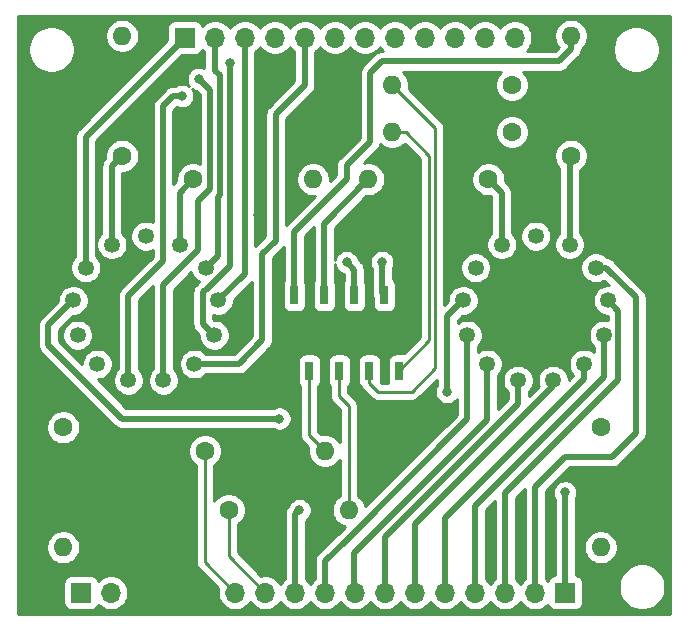
<source format=gbl>
G04 #@! TF.GenerationSoftware,KiCad,Pcbnew,5.1.6*
G04 #@! TF.CreationDate,2020-08-10T12:56:34+02:00*
G04 #@! TF.ProjectId,nixie_clock_holder,6e697869-655f-4636-9c6f-636b5f686f6c,rev?*
G04 #@! TF.SameCoordinates,Original*
G04 #@! TF.FileFunction,Copper,L2,Bot*
G04 #@! TF.FilePolarity,Positive*
%FSLAX46Y46*%
G04 Gerber Fmt 4.6, Leading zero omitted, Abs format (unit mm)*
G04 Created by KiCad (PCBNEW 5.1.6) date 2020-08-10 12:56:34*
%MOMM*%
%LPD*%
G01*
G04 APERTURE LIST*
G04 #@! TA.AperFunction,ComponentPad*
%ADD10C,1.346200*%
G04 #@! TD*
G04 #@! TA.AperFunction,ComponentPad*
%ADD11O,1.600000X1.600000*%
G04 #@! TD*
G04 #@! TA.AperFunction,ComponentPad*
%ADD12C,1.600000*%
G04 #@! TD*
G04 #@! TA.AperFunction,SMDPad,CuDef*
%ADD13R,0.700000X1.650000*%
G04 #@! TD*
G04 #@! TA.AperFunction,ComponentPad*
%ADD14O,1.700000X1.700000*%
G04 #@! TD*
G04 #@! TA.AperFunction,ComponentPad*
%ADD15R,1.700000X1.700000*%
G04 #@! TD*
G04 #@! TA.AperFunction,ViaPad*
%ADD16C,0.800000*%
G04 #@! TD*
G04 #@! TA.AperFunction,Conductor*
%ADD17C,0.500000*%
G04 #@! TD*
G04 #@! TA.AperFunction,Conductor*
%ADD18C,0.250000*%
G04 #@! TD*
G04 #@! TA.AperFunction,Conductor*
%ADD19C,0.254000*%
G04 #@! TD*
G04 APERTURE END LIST*
D10*
G04 #@! TO.P,N1,RHDP*
G04 #@! TO.N,Net-(N1-PadRHDP)*
X183875280Y-98521220D03*
G04 #@! TO.P,N1,LHDP*
G04 #@! TO.N,Net-(N1-PadLHDP)*
X178124720Y-98521220D03*
G04 #@! TO.P,N1,A*
G04 #@! TO.N,Net-(N1-PadA)*
X181000000Y-97812560D03*
G04 #@! TO.P,N1,9*
G04 #@! TO.N,Net-(J1-Pad10)*
X174855740Y-103255780D03*
G04 #@! TO.P,N1,8*
G04 #@! TO.N,Net-(J1-Pad9)*
X175213880Y-106194560D03*
G04 #@! TO.P,N1,7*
G04 #@! TO.N,Net-(J1-Pad8)*
X176895360Y-108632960D03*
G04 #@! TO.P,N1,6*
G04 #@! TO.N,Net-(J1-Pad7)*
X179519180Y-110009640D03*
G04 #@! TO.P,N1,5*
G04 #@! TO.N,Net-(J1-Pad6)*
X182480820Y-110009640D03*
G04 #@! TO.P,N1,4*
G04 #@! TO.N,Net-(J1-Pad5)*
X185104640Y-108632960D03*
G04 #@! TO.P,N1,3*
G04 #@! TO.N,Net-(J1-Pad4)*
X186786120Y-106194560D03*
G04 #@! TO.P,N1,2*
G04 #@! TO.N,Net-(J1-Pad3)*
X187144260Y-103255780D03*
G04 #@! TO.P,N1,1*
G04 #@! TO.N,Net-(J1-Pad2)*
X186092700Y-100484640D03*
G04 #@! TO.P,N1,0*
G04 #@! TO.N,Net-(J1-Pad1)*
X175907300Y-100484640D03*
G04 #@! TD*
G04 #@! TO.P,N2,RHDP*
G04 #@! TO.N,Net-(N2-PadRHDP)*
X216875280Y-98521220D03*
G04 #@! TO.P,N2,LHDP*
G04 #@! TO.N,Net-(N2-PadLHDP)*
X211124720Y-98521220D03*
G04 #@! TO.P,N2,A*
G04 #@! TO.N,Net-(N2-PadA)*
X214000000Y-97812560D03*
G04 #@! TO.P,N2,9*
G04 #@! TO.N,Net-(J2-Pad10)*
X207855740Y-103255780D03*
G04 #@! TO.P,N2,8*
G04 #@! TO.N,Net-(J2-Pad9)*
X208213880Y-106194560D03*
G04 #@! TO.P,N2,7*
G04 #@! TO.N,Net-(J2-Pad8)*
X209895360Y-108632960D03*
G04 #@! TO.P,N2,6*
G04 #@! TO.N,Net-(J2-Pad7)*
X212519180Y-110009640D03*
G04 #@! TO.P,N2,5*
G04 #@! TO.N,Net-(J2-Pad6)*
X215480820Y-110009640D03*
G04 #@! TO.P,N2,4*
G04 #@! TO.N,Net-(J2-Pad5)*
X218104640Y-108632960D03*
G04 #@! TO.P,N2,3*
G04 #@! TO.N,Net-(J2-Pad4)*
X219786120Y-106194560D03*
G04 #@! TO.P,N2,2*
G04 #@! TO.N,Net-(J2-Pad3)*
X220144260Y-103255780D03*
G04 #@! TO.P,N2,1*
G04 #@! TO.N,Net-(J2-Pad2)*
X219092700Y-100484640D03*
G04 #@! TO.P,N2,0*
G04 #@! TO.N,Net-(J2-Pad1)*
X208907300Y-100484640D03*
G04 #@! TD*
D11*
G04 #@! TO.P,R10,2*
G04 #@! TO.N,Net-(O1-Pad7)*
X196160000Y-116000000D03*
D12*
G04 #@! TO.P,R10,1*
G04 #@! TO.N,Net-(J2-Pad12)*
X186000000Y-116000000D03*
G04 #@! TD*
D11*
G04 #@! TO.P,R9,2*
G04 #@! TO.N,Net-(O1-Pad5)*
X198160000Y-121000000D03*
D12*
G04 #@! TO.P,R9,1*
G04 #@! TO.N,Net-(J2-Pad11)*
X188000000Y-121000000D03*
G04 #@! TD*
D11*
G04 #@! TO.P,R8,2*
G04 #@! TO.N,Net-(O1-Pad3)*
X201840000Y-85000000D03*
D12*
G04 #@! TO.P,R8,1*
G04 #@! TO.N,Net-(J1-Pad12)*
X212000000Y-85000000D03*
G04 #@! TD*
D11*
G04 #@! TO.P,R7,2*
G04 #@! TO.N,Net-(O1-Pad1)*
X201840000Y-89000000D03*
D12*
G04 #@! TO.P,R7,1*
G04 #@! TO.N,Net-(J1-Pad11)*
X212000000Y-89000000D03*
G04 #@! TD*
D11*
G04 #@! TO.P,R6,2*
G04 #@! TO.N,Net-(O1-Pad9)*
X217000000Y-80840000D03*
D12*
G04 #@! TO.P,R6,1*
G04 #@! TO.N,Net-(N2-PadRHDP)*
X217000000Y-91000000D03*
G04 #@! TD*
D11*
G04 #@! TO.P,R5,2*
G04 #@! TO.N,Net-(O1-Pad11)*
X199840000Y-93000000D03*
D12*
G04 #@! TO.P,R5,1*
G04 #@! TO.N,Net-(N2-PadLHDP)*
X210000000Y-93000000D03*
G04 #@! TD*
D11*
G04 #@! TO.P,R4,2*
G04 #@! TO.N,Net-(O1-Pad13)*
X195160000Y-93000000D03*
D12*
G04 #@! TO.P,R4,1*
G04 #@! TO.N,Net-(N1-PadRHDP)*
X185000000Y-93000000D03*
G04 #@! TD*
D11*
G04 #@! TO.P,R3,2*
G04 #@! TO.N,Net-(O1-Pad15)*
X179000000Y-80840000D03*
D12*
G04 #@! TO.P,R3,1*
G04 #@! TO.N,Net-(N1-PadLHDP)*
X179000000Y-91000000D03*
G04 #@! TD*
D11*
G04 #@! TO.P,R2,2*
G04 #@! TO.N,Net-(J3-Pad1)*
X219500000Y-124160000D03*
D12*
G04 #@! TO.P,R2,1*
G04 #@! TO.N,Net-(N2-PadA)*
X219500000Y-114000000D03*
G04 #@! TD*
D11*
G04 #@! TO.P,R1,2*
G04 #@! TO.N,Net-(J3-Pad1)*
X174000000Y-124160000D03*
D12*
G04 #@! TO.P,R1,1*
G04 #@! TO.N,Net-(N1-PadA)*
X174000000Y-114000000D03*
G04 #@! TD*
D13*
G04 #@! TO.P,O1,16*
G04 #@! TO.N,GND*
X202445000Y-102800000D03*
G04 #@! TO.P,O1,15*
G04 #@! TO.N,Net-(O1-Pad15)*
X201175000Y-102800000D03*
G04 #@! TO.P,O1,14*
G04 #@! TO.N,GND*
X199905000Y-102800000D03*
G04 #@! TO.P,O1,13*
G04 #@! TO.N,Net-(O1-Pad13)*
X198635000Y-102800000D03*
G04 #@! TO.P,O1,12*
G04 #@! TO.N,GND*
X197365000Y-102800000D03*
G04 #@! TO.P,O1,11*
G04 #@! TO.N,Net-(O1-Pad11)*
X196095000Y-102800000D03*
G04 #@! TO.P,O1,10*
G04 #@! TO.N,GND*
X194825000Y-102800000D03*
G04 #@! TO.P,O1,9*
G04 #@! TO.N,Net-(O1-Pad9)*
X193555000Y-102800000D03*
G04 #@! TO.P,O1,8*
G04 #@! TO.N,GND*
X193555000Y-109200000D03*
G04 #@! TO.P,O1,7*
G04 #@! TO.N,Net-(O1-Pad7)*
X194825000Y-109200000D03*
G04 #@! TO.P,O1,6*
G04 #@! TO.N,GND*
X196095000Y-109200000D03*
G04 #@! TO.P,O1,5*
G04 #@! TO.N,Net-(O1-Pad5)*
X197365000Y-109200000D03*
G04 #@! TO.P,O1,4*
G04 #@! TO.N,GND*
X198635000Y-109200000D03*
G04 #@! TO.P,O1,3*
G04 #@! TO.N,Net-(O1-Pad3)*
X199905000Y-109200000D03*
G04 #@! TO.P,O1,2*
G04 #@! TO.N,GND*
X201175000Y-109200000D03*
G04 #@! TO.P,O1,1*
G04 #@! TO.N,Net-(O1-Pad1)*
X202445000Y-109200000D03*
G04 #@! TD*
D14*
G04 #@! TO.P,J3,4*
G04 #@! TO.N,GND*
X183120000Y-128000000D03*
G04 #@! TO.P,J3,3*
X180580000Y-128000000D03*
G04 #@! TO.P,J3,2*
G04 #@! TO.N,Net-(J3-Pad1)*
X178040000Y-128000000D03*
D15*
G04 #@! TO.P,J3,1*
X175500000Y-128000000D03*
G04 #@! TD*
D14*
G04 #@! TO.P,J2,12*
G04 #@! TO.N,Net-(J2-Pad12)*
X188560000Y-128000000D03*
G04 #@! TO.P,J2,11*
G04 #@! TO.N,Net-(J2-Pad11)*
X191100000Y-128000000D03*
G04 #@! TO.P,J2,10*
G04 #@! TO.N,Net-(J2-Pad10)*
X193640000Y-128000000D03*
G04 #@! TO.P,J2,9*
G04 #@! TO.N,Net-(J2-Pad9)*
X196180000Y-128000000D03*
G04 #@! TO.P,J2,8*
G04 #@! TO.N,Net-(J2-Pad8)*
X198720000Y-128000000D03*
G04 #@! TO.P,J2,7*
G04 #@! TO.N,Net-(J2-Pad7)*
X201260000Y-128000000D03*
G04 #@! TO.P,J2,6*
G04 #@! TO.N,Net-(J2-Pad6)*
X203800000Y-128000000D03*
G04 #@! TO.P,J2,5*
G04 #@! TO.N,Net-(J2-Pad5)*
X206340000Y-128000000D03*
G04 #@! TO.P,J2,4*
G04 #@! TO.N,Net-(J2-Pad4)*
X208880000Y-128000000D03*
G04 #@! TO.P,J2,3*
G04 #@! TO.N,Net-(J2-Pad3)*
X211420000Y-128000000D03*
G04 #@! TO.P,J2,2*
G04 #@! TO.N,Net-(J2-Pad2)*
X213960000Y-128000000D03*
D15*
G04 #@! TO.P,J2,1*
G04 #@! TO.N,Net-(J2-Pad1)*
X216500000Y-128000000D03*
G04 #@! TD*
D14*
G04 #@! TO.P,J1,12*
G04 #@! TO.N,Net-(J1-Pad12)*
X212240000Y-81000000D03*
G04 #@! TO.P,J1,11*
G04 #@! TO.N,Net-(J1-Pad11)*
X209700000Y-81000000D03*
G04 #@! TO.P,J1,10*
G04 #@! TO.N,Net-(J1-Pad10)*
X207160000Y-81000000D03*
G04 #@! TO.P,J1,9*
G04 #@! TO.N,Net-(J1-Pad9)*
X204620000Y-81000000D03*
G04 #@! TO.P,J1,8*
G04 #@! TO.N,Net-(J1-Pad8)*
X202080000Y-81000000D03*
G04 #@! TO.P,J1,7*
G04 #@! TO.N,Net-(J1-Pad7)*
X199540000Y-81000000D03*
G04 #@! TO.P,J1,6*
G04 #@! TO.N,Net-(J1-Pad6)*
X197000000Y-81000000D03*
G04 #@! TO.P,J1,5*
G04 #@! TO.N,Net-(J1-Pad5)*
X194460000Y-81000000D03*
G04 #@! TO.P,J1,4*
G04 #@! TO.N,Net-(J1-Pad4)*
X191920000Y-81000000D03*
G04 #@! TO.P,J1,3*
G04 #@! TO.N,Net-(J1-Pad3)*
X189380000Y-81000000D03*
G04 #@! TO.P,J1,2*
G04 #@! TO.N,Net-(J1-Pad2)*
X186840000Y-81000000D03*
D15*
G04 #@! TO.P,J1,1*
G04 #@! TO.N,Net-(J1-Pad1)*
X184300000Y-81000000D03*
G04 #@! TD*
D16*
G04 #@! TO.N,Net-(J1-Pad10)*
X192300000Y-113250000D03*
G04 #@! TO.N,Net-(J1-Pad7)*
X184050000Y-85950000D03*
G04 #@! TO.N,Net-(J1-Pad6)*
X185500000Y-84500000D03*
G04 #@! TO.N,Net-(J1-Pad4)*
X188125000Y-83125000D03*
G04 #@! TO.N,Net-(J2-Pad10)*
X194000000Y-121000000D03*
X206500000Y-111000000D03*
G04 #@! TO.N,Net-(J2-Pad1)*
X216500000Y-119500000D03*
G04 #@! TO.N,GND*
X190500000Y-96000000D03*
X184000000Y-89500000D03*
X202000000Y-95000000D03*
X210200000Y-121500000D03*
X212700000Y-121500000D03*
X196500000Y-87500000D03*
G04 #@! TO.N,Net-(O1-Pad15)*
X201000000Y-100000000D03*
G04 #@! TO.N,Net-(O1-Pad13)*
X198000000Y-100000000D03*
G04 #@! TD*
D17*
G04 #@! TO.N,Net-(J1-Pad10)*
X172750000Y-105361520D02*
X174855740Y-103255780D01*
X172750000Y-107025000D02*
X172750000Y-105361520D01*
X178975000Y-113250000D02*
X172750000Y-107025000D01*
X192300000Y-113250000D02*
X178975000Y-113250000D01*
G04 #@! TO.N,Net-(J1-Pad7)*
X179519180Y-102855820D02*
X179519180Y-110009640D01*
X182450000Y-99925000D02*
X179519180Y-102855820D01*
X182450000Y-86825000D02*
X182450000Y-99925000D01*
X183325000Y-85950000D02*
X182450000Y-86825000D01*
X184050000Y-85950000D02*
X183325000Y-85950000D01*
G04 #@! TO.N,Net-(J1-Pad6)*
X186425000Y-85425000D02*
X185500000Y-84500000D01*
X185425000Y-99025000D02*
X185425000Y-94850000D01*
X186425000Y-93850000D02*
X186425000Y-85425000D01*
X185425000Y-94850000D02*
X186425000Y-93850000D01*
X182480820Y-101969180D02*
X185425000Y-99025000D01*
X182480820Y-110009640D02*
X182480820Y-101969180D01*
G04 #@! TO.N,Net-(J1-Pad5)*
X190867040Y-99319774D02*
X192000000Y-98186814D01*
X192000000Y-98186814D02*
X192000000Y-87500000D01*
X194460000Y-85040000D02*
X194460000Y-81000000D01*
X192000000Y-87500000D02*
X194460000Y-85040000D01*
X185104640Y-108632960D02*
X188867040Y-108632960D01*
X190867040Y-106632960D02*
X190867040Y-99319774D01*
X188867040Y-108632960D02*
X190867040Y-106632960D01*
G04 #@! TO.N,Net-(J1-Pad4)*
X188125000Y-100351042D02*
X186113021Y-102363021D01*
X188125000Y-83125000D02*
X188125000Y-100351042D01*
X186113021Y-102363021D02*
X186036979Y-102363021D01*
X186036979Y-102363021D02*
X185825000Y-102575000D01*
X185825000Y-105233440D02*
X186786120Y-106194560D01*
X185825000Y-102575000D02*
X185825000Y-105233440D01*
G04 #@! TO.N,Net-(J1-Pad3)*
X189380000Y-101020040D02*
X187144260Y-103255780D01*
X189380000Y-81000000D02*
X189380000Y-101020040D01*
G04 #@! TO.N,Net-(J1-Pad2)*
X186092700Y-100484640D02*
X187100000Y-99477340D01*
X187100000Y-81260000D02*
X186840000Y-81000000D01*
X187100000Y-99477340D02*
X187100000Y-94500000D01*
X187100000Y-94500000D02*
X187250000Y-94350000D01*
X187250000Y-94350000D02*
X187250000Y-84200000D01*
X186840000Y-83790000D02*
X186840000Y-81000000D01*
X187250000Y-84200000D02*
X186840000Y-83790000D01*
G04 #@! TO.N,Net-(J1-Pad1)*
X175907300Y-89392700D02*
X184300000Y-81000000D01*
X175907300Y-100484640D02*
X175907300Y-89392700D01*
D18*
G04 #@! TO.N,Net-(J2-Pad12)*
X186000000Y-125440000D02*
X188560000Y-128000000D01*
X186000000Y-116000000D02*
X186000000Y-125440000D01*
G04 #@! TO.N,Net-(J2-Pad11)*
X188000000Y-124900000D02*
X191100000Y-128000000D01*
X188000000Y-121000000D02*
X188000000Y-124900000D01*
G04 #@! TO.N,Net-(J2-Pad10)*
X194140000Y-127500000D02*
X193640000Y-128000000D01*
D17*
X193640000Y-121360000D02*
X194000000Y-121000000D01*
X193640000Y-128000000D02*
X193640000Y-121360000D01*
X206500000Y-104611520D02*
X207855740Y-103255780D01*
X206500000Y-111000000D02*
X206500000Y-104611520D01*
G04 #@! TO.N,Net-(J2-Pad9)*
X208213880Y-113286120D02*
X208213880Y-106194560D01*
X198000000Y-123500000D02*
X208213880Y-113286120D01*
X196180000Y-125320000D02*
X198000000Y-123500000D01*
X196180000Y-128000000D02*
X196180000Y-125320000D01*
G04 #@! TO.N,Net-(J2-Pad8)*
X209895360Y-113377460D02*
X209895360Y-108632960D01*
X198642811Y-124630009D02*
X209895360Y-113377460D01*
D18*
X198642811Y-127922811D02*
X198720000Y-128000000D01*
D17*
X198642811Y-124630009D02*
X198642811Y-127922811D01*
G04 #@! TO.N,Net-(J2-Pad7)*
X201260000Y-128000000D02*
X201260000Y-123240000D01*
X212519180Y-111980820D02*
X212519180Y-110009640D01*
X201260000Y-123240000D02*
X212519180Y-111980820D01*
G04 #@! TO.N,Net-(J2-Pad6)*
X203800000Y-128000000D02*
X203800000Y-122200000D01*
D18*
X215480820Y-110519180D02*
X215480820Y-110009640D01*
D17*
X203800000Y-122200000D02*
X215480820Y-110519180D01*
D18*
G04 #@! TO.N,Net-(J2-Pad5)*
X218104640Y-109395360D02*
X218104640Y-108632960D01*
D17*
X206340000Y-128000000D02*
X206340000Y-121660000D01*
X218104640Y-109895360D02*
X218104640Y-108632960D01*
X206340000Y-121660000D02*
X218104640Y-109895360D01*
G04 #@! TO.N,Net-(J2-Pad4)*
X219786120Y-108713880D02*
X219786120Y-106194560D01*
X208880000Y-128000000D02*
X208880000Y-120620000D01*
X219786120Y-109713880D02*
X219786120Y-108713880D01*
X208880000Y-120620000D02*
X219786120Y-109713880D01*
G04 #@! TO.N,Net-(J2-Pad3)*
X211420000Y-128000000D02*
X211420000Y-119580000D01*
X211420000Y-119580000D02*
X221000000Y-110000000D01*
X221000000Y-104111520D02*
X220144260Y-103255780D01*
X221000000Y-110000000D02*
X221000000Y-104111520D01*
D18*
G04 #@! TO.N,Net-(J2-Pad2)*
X214000000Y-127960000D02*
X213960000Y-128000000D01*
D17*
X213960000Y-119040000D02*
X213960000Y-128000000D01*
X216500000Y-116500000D02*
X213960000Y-119040000D01*
X219984640Y-100484640D02*
X222500000Y-103000000D01*
X219092700Y-100484640D02*
X219984640Y-100484640D01*
X222500000Y-103000000D02*
X222500000Y-114500000D01*
X220500000Y-116500000D02*
X216500000Y-116500000D01*
X222500000Y-114500000D02*
X220500000Y-116500000D01*
G04 #@! TO.N,Net-(J2-Pad1)*
X216500000Y-128000000D02*
X216500000Y-119500000D01*
G04 #@! TO.N,Net-(N1-PadRHDP)*
X183875280Y-94124720D02*
X185000000Y-93000000D01*
X183875280Y-98521220D02*
X183875280Y-94124720D01*
G04 #@! TO.N,Net-(N1-PadLHDP)*
X178124720Y-91875280D02*
X179000000Y-91000000D01*
X178124720Y-98521220D02*
X178124720Y-91875280D01*
G04 #@! TO.N,Net-(N2-PadRHDP)*
X216875280Y-91124720D02*
X217000000Y-91000000D01*
X216875280Y-98521220D02*
X216875280Y-91124720D01*
G04 #@! TO.N,Net-(N2-PadLHDP)*
X211124720Y-94124720D02*
X210000000Y-93000000D01*
X211124720Y-98521220D02*
X211124720Y-94124720D01*
D18*
G04 #@! TO.N,Net-(O1-Pad7)*
X194825000Y-114665000D02*
X196160000Y-116000000D01*
X194825000Y-109200000D02*
X194825000Y-114665000D01*
G04 #@! TO.N,Net-(O1-Pad5)*
X197365000Y-109200000D02*
X197365000Y-111365000D01*
X198160000Y-112160000D02*
X198160000Y-121000000D01*
X197365000Y-111365000D02*
X198160000Y-112160000D01*
G04 #@! TO.N,Net-(O1-Pad3)*
X200000000Y-109295000D02*
X199905000Y-109200000D01*
X205500000Y-88660000D02*
X201840000Y-85000000D01*
X205500000Y-109000000D02*
X205500000Y-88660000D01*
X203500000Y-111000000D02*
X205500000Y-109000000D01*
X200630000Y-111000000D02*
X203500000Y-111000000D01*
X199905000Y-110275000D02*
X200630000Y-111000000D01*
X199905000Y-109200000D02*
X199905000Y-110275000D01*
G04 #@! TO.N,Net-(O1-Pad1)*
X205000000Y-106645000D02*
X202445000Y-109200000D01*
X205000000Y-91000000D02*
X205000000Y-106645000D01*
X203000000Y-89000000D02*
X205000000Y-91000000D01*
X201840000Y-89000000D02*
X203000000Y-89000000D01*
G04 #@! TO.N,Net-(O1-Pad15)*
X201000000Y-102625000D02*
X201175000Y-102800000D01*
D17*
X201000000Y-100000000D02*
X201000000Y-102625000D01*
G04 #@! TO.N,Net-(O1-Pad13)*
X198635000Y-100635000D02*
X198635000Y-102800000D01*
X198000000Y-100000000D02*
X198635000Y-100635000D01*
G04 #@! TO.N,Net-(O1-Pad11)*
X196095000Y-96745000D02*
X196095000Y-102800000D01*
X199840000Y-93000000D02*
X196095000Y-96745000D01*
G04 #@! TO.N,Net-(O1-Pad9)*
X216000000Y-83000000D02*
X217000000Y-82000000D01*
X200000000Y-84000000D02*
X201000000Y-83000000D01*
X217000000Y-82000000D02*
X217000000Y-80840000D01*
X201000000Y-83000000D02*
X216000000Y-83000000D01*
X200000000Y-89825002D02*
X200000000Y-84000000D01*
X198000000Y-91825002D02*
X200000000Y-89825002D01*
X198000000Y-93000000D02*
X198000000Y-91825002D01*
X193555000Y-97445000D02*
X198000000Y-93000000D01*
X193555000Y-102800000D02*
X193555000Y-97445000D01*
G04 #@! TD*
D19*
G04 #@! TO.N,GND*
G36*
X225340001Y-129840000D02*
G01*
X170160000Y-129840000D01*
X170160000Y-127150000D01*
X174011928Y-127150000D01*
X174011928Y-128850000D01*
X174024188Y-128974482D01*
X174060498Y-129094180D01*
X174119463Y-129204494D01*
X174198815Y-129301185D01*
X174295506Y-129380537D01*
X174405820Y-129439502D01*
X174525518Y-129475812D01*
X174650000Y-129488072D01*
X176350000Y-129488072D01*
X176474482Y-129475812D01*
X176594180Y-129439502D01*
X176704494Y-129380537D01*
X176801185Y-129301185D01*
X176880537Y-129204494D01*
X176939502Y-129094180D01*
X176961513Y-129021620D01*
X177093368Y-129153475D01*
X177336589Y-129315990D01*
X177606842Y-129427932D01*
X177893740Y-129485000D01*
X178186260Y-129485000D01*
X178473158Y-129427932D01*
X178743411Y-129315990D01*
X178986632Y-129153475D01*
X179193475Y-128946632D01*
X179355990Y-128703411D01*
X179467932Y-128433158D01*
X179525000Y-128146260D01*
X179525000Y-127853740D01*
X179467932Y-127566842D01*
X179355990Y-127296589D01*
X179193475Y-127053368D01*
X178986632Y-126846525D01*
X178743411Y-126684010D01*
X178473158Y-126572068D01*
X178186260Y-126515000D01*
X177893740Y-126515000D01*
X177606842Y-126572068D01*
X177336589Y-126684010D01*
X177093368Y-126846525D01*
X176961513Y-126978380D01*
X176939502Y-126905820D01*
X176880537Y-126795506D01*
X176801185Y-126698815D01*
X176704494Y-126619463D01*
X176594180Y-126560498D01*
X176474482Y-126524188D01*
X176350000Y-126511928D01*
X174650000Y-126511928D01*
X174525518Y-126524188D01*
X174405820Y-126560498D01*
X174295506Y-126619463D01*
X174198815Y-126698815D01*
X174119463Y-126795506D01*
X174060498Y-126905820D01*
X174024188Y-127025518D01*
X174011928Y-127150000D01*
X170160000Y-127150000D01*
X170160000Y-124018665D01*
X172565000Y-124018665D01*
X172565000Y-124301335D01*
X172620147Y-124578574D01*
X172728320Y-124839727D01*
X172885363Y-125074759D01*
X173085241Y-125274637D01*
X173320273Y-125431680D01*
X173581426Y-125539853D01*
X173858665Y-125595000D01*
X174141335Y-125595000D01*
X174418574Y-125539853D01*
X174679727Y-125431680D01*
X174914759Y-125274637D01*
X175114637Y-125074759D01*
X175271680Y-124839727D01*
X175379853Y-124578574D01*
X175435000Y-124301335D01*
X175435000Y-124018665D01*
X175379853Y-123741426D01*
X175271680Y-123480273D01*
X175114637Y-123245241D01*
X174914759Y-123045363D01*
X174679727Y-122888320D01*
X174418574Y-122780147D01*
X174141335Y-122725000D01*
X173858665Y-122725000D01*
X173581426Y-122780147D01*
X173320273Y-122888320D01*
X173085241Y-123045363D01*
X172885363Y-123245241D01*
X172728320Y-123480273D01*
X172620147Y-123741426D01*
X172565000Y-124018665D01*
X170160000Y-124018665D01*
X170160000Y-113858665D01*
X172565000Y-113858665D01*
X172565000Y-114141335D01*
X172620147Y-114418574D01*
X172728320Y-114679727D01*
X172885363Y-114914759D01*
X173085241Y-115114637D01*
X173320273Y-115271680D01*
X173581426Y-115379853D01*
X173858665Y-115435000D01*
X174141335Y-115435000D01*
X174418574Y-115379853D01*
X174679727Y-115271680D01*
X174914759Y-115114637D01*
X175114637Y-114914759D01*
X175271680Y-114679727D01*
X175379853Y-114418574D01*
X175435000Y-114141335D01*
X175435000Y-113858665D01*
X175379853Y-113581426D01*
X175271680Y-113320273D01*
X175114637Y-113085241D01*
X174914759Y-112885363D01*
X174679727Y-112728320D01*
X174418574Y-112620147D01*
X174141335Y-112565000D01*
X173858665Y-112565000D01*
X173581426Y-112620147D01*
X173320273Y-112728320D01*
X173085241Y-112885363D01*
X172885363Y-113085241D01*
X172728320Y-113320273D01*
X172620147Y-113581426D01*
X172565000Y-113858665D01*
X170160000Y-113858665D01*
X170160000Y-105361520D01*
X171860719Y-105361520D01*
X171865001Y-105404999D01*
X171865000Y-106981531D01*
X171860719Y-107025000D01*
X171865000Y-107068469D01*
X171865000Y-107068476D01*
X171877805Y-107198489D01*
X171928411Y-107365312D01*
X172010589Y-107519058D01*
X172121183Y-107653817D01*
X172154956Y-107681534D01*
X178318470Y-113845049D01*
X178346183Y-113878817D01*
X178379951Y-113906530D01*
X178379953Y-113906532D01*
X178444439Y-113959454D01*
X178480941Y-113989411D01*
X178634687Y-114071589D01*
X178801510Y-114122195D01*
X178931523Y-114135000D01*
X178931533Y-114135000D01*
X178974999Y-114139281D01*
X179018465Y-114135000D01*
X191761546Y-114135000D01*
X191809744Y-114167205D01*
X191998102Y-114245226D01*
X192198061Y-114285000D01*
X192401939Y-114285000D01*
X192601898Y-114245226D01*
X192790256Y-114167205D01*
X192959774Y-114053937D01*
X193103937Y-113909774D01*
X193217205Y-113740256D01*
X193295226Y-113551898D01*
X193335000Y-113351939D01*
X193335000Y-113148061D01*
X193295226Y-112948102D01*
X193217205Y-112759744D01*
X193103937Y-112590226D01*
X192959774Y-112446063D01*
X192790256Y-112332795D01*
X192601898Y-112254774D01*
X192401939Y-112215000D01*
X192198061Y-112215000D01*
X191998102Y-112254774D01*
X191809744Y-112332795D01*
X191761546Y-112365000D01*
X179341579Y-112365000D01*
X176917639Y-109941060D01*
X177024197Y-109941060D01*
X177276919Y-109890790D01*
X177514978Y-109792183D01*
X177729225Y-109649027D01*
X177911427Y-109466825D01*
X178054583Y-109252578D01*
X178153190Y-109014519D01*
X178203460Y-108761797D01*
X178203460Y-108504123D01*
X178153190Y-108251401D01*
X178054583Y-108013342D01*
X177911427Y-107799095D01*
X177729225Y-107616893D01*
X177514978Y-107473737D01*
X177276919Y-107375130D01*
X177024197Y-107324860D01*
X176766523Y-107324860D01*
X176513801Y-107375130D01*
X176275742Y-107473737D01*
X176061495Y-107616893D01*
X175879293Y-107799095D01*
X175736137Y-108013342D01*
X175637530Y-108251401D01*
X175587260Y-108504123D01*
X175587260Y-108610682D01*
X173635000Y-106658422D01*
X173635000Y-106065723D01*
X173905780Y-106065723D01*
X173905780Y-106323397D01*
X173956050Y-106576119D01*
X174054657Y-106814178D01*
X174197813Y-107028425D01*
X174380015Y-107210627D01*
X174594262Y-107353783D01*
X174832321Y-107452390D01*
X175085043Y-107502660D01*
X175342717Y-107502660D01*
X175595439Y-107452390D01*
X175833498Y-107353783D01*
X176047745Y-107210627D01*
X176229947Y-107028425D01*
X176373103Y-106814178D01*
X176471710Y-106576119D01*
X176521980Y-106323397D01*
X176521980Y-106065723D01*
X176471710Y-105813001D01*
X176373103Y-105574942D01*
X176229947Y-105360695D01*
X176047745Y-105178493D01*
X175833498Y-105035337D01*
X175595439Y-104936730D01*
X175342717Y-104886460D01*
X175085043Y-104886460D01*
X174832321Y-104936730D01*
X174594262Y-105035337D01*
X174380015Y-105178493D01*
X174197813Y-105360695D01*
X174054657Y-105574942D01*
X173956050Y-105813001D01*
X173905780Y-106065723D01*
X173635000Y-106065723D01*
X173635000Y-105728098D01*
X174799219Y-104563880D01*
X174984577Y-104563880D01*
X175237299Y-104513610D01*
X175475358Y-104415003D01*
X175689605Y-104271847D01*
X175871807Y-104089645D01*
X176014963Y-103875398D01*
X176113570Y-103637339D01*
X176163840Y-103384617D01*
X176163840Y-103126943D01*
X176113570Y-102874221D01*
X176014963Y-102636162D01*
X175871807Y-102421915D01*
X175689605Y-102239713D01*
X175475358Y-102096557D01*
X175237299Y-101997950D01*
X174984577Y-101947680D01*
X174726903Y-101947680D01*
X174474181Y-101997950D01*
X174236122Y-102096557D01*
X174021875Y-102239713D01*
X173839673Y-102421915D01*
X173696517Y-102636162D01*
X173597910Y-102874221D01*
X173547640Y-103126943D01*
X173547640Y-103312301D01*
X172154951Y-104704991D01*
X172121184Y-104732703D01*
X172093471Y-104766471D01*
X172093468Y-104766474D01*
X172010590Y-104867461D01*
X171928412Y-105021207D01*
X171877805Y-105188030D01*
X171860719Y-105361520D01*
X170160000Y-105361520D01*
X170160000Y-100355803D01*
X174599200Y-100355803D01*
X174599200Y-100613477D01*
X174649470Y-100866199D01*
X174748077Y-101104258D01*
X174891233Y-101318505D01*
X175073435Y-101500707D01*
X175287682Y-101643863D01*
X175525741Y-101742470D01*
X175778463Y-101792740D01*
X176036137Y-101792740D01*
X176288859Y-101742470D01*
X176526918Y-101643863D01*
X176741165Y-101500707D01*
X176923367Y-101318505D01*
X177066523Y-101104258D01*
X177165130Y-100866199D01*
X177215400Y-100613477D01*
X177215400Y-100355803D01*
X177165130Y-100103081D01*
X177066523Y-99865022D01*
X176923367Y-99650775D01*
X176792300Y-99519708D01*
X176792300Y-98392383D01*
X176816620Y-98392383D01*
X176816620Y-98650057D01*
X176866890Y-98902779D01*
X176965497Y-99140838D01*
X177108653Y-99355085D01*
X177290855Y-99537287D01*
X177505102Y-99680443D01*
X177743161Y-99779050D01*
X177995883Y-99829320D01*
X178253557Y-99829320D01*
X178506279Y-99779050D01*
X178744338Y-99680443D01*
X178958585Y-99537287D01*
X179140787Y-99355085D01*
X179283943Y-99140838D01*
X179382550Y-98902779D01*
X179432820Y-98650057D01*
X179432820Y-98392383D01*
X179382550Y-98139661D01*
X179283943Y-97901602D01*
X179140787Y-97687355D01*
X179009720Y-97556288D01*
X179009720Y-92435000D01*
X179141335Y-92435000D01*
X179418574Y-92379853D01*
X179679727Y-92271680D01*
X179914759Y-92114637D01*
X180114637Y-91914759D01*
X180271680Y-91679727D01*
X180379853Y-91418574D01*
X180435000Y-91141335D01*
X180435000Y-90858665D01*
X180379853Y-90581426D01*
X180271680Y-90320273D01*
X180114637Y-90085241D01*
X179914759Y-89885363D01*
X179679727Y-89728320D01*
X179418574Y-89620147D01*
X179141335Y-89565000D01*
X178858665Y-89565000D01*
X178581426Y-89620147D01*
X178320273Y-89728320D01*
X178085241Y-89885363D01*
X177885363Y-90085241D01*
X177728320Y-90320273D01*
X177620147Y-90581426D01*
X177565000Y-90858665D01*
X177565000Y-91141335D01*
X177571983Y-91176439D01*
X177529671Y-91218751D01*
X177495904Y-91246463D01*
X177468191Y-91280231D01*
X177468188Y-91280234D01*
X177385310Y-91381221D01*
X177303132Y-91534967D01*
X177252525Y-91701790D01*
X177235439Y-91875280D01*
X177239721Y-91918759D01*
X177239720Y-97556288D01*
X177108653Y-97687355D01*
X176965497Y-97901602D01*
X176866890Y-98139661D01*
X176816620Y-98392383D01*
X176792300Y-98392383D01*
X176792300Y-89759278D01*
X184063507Y-82488072D01*
X185150000Y-82488072D01*
X185274482Y-82475812D01*
X185394180Y-82439502D01*
X185504494Y-82380537D01*
X185601185Y-82301185D01*
X185680537Y-82204494D01*
X185739502Y-82094180D01*
X185761513Y-82021620D01*
X185893368Y-82153475D01*
X185955001Y-82194657D01*
X185955000Y-83568191D01*
X185801898Y-83504774D01*
X185601939Y-83465000D01*
X185398061Y-83465000D01*
X185198102Y-83504774D01*
X185009744Y-83582795D01*
X184840226Y-83696063D01*
X184696063Y-83840226D01*
X184582795Y-84009744D01*
X184504774Y-84198102D01*
X184465000Y-84398061D01*
X184465000Y-84601939D01*
X184504774Y-84801898D01*
X184582795Y-84990256D01*
X184668454Y-85118454D01*
X184540256Y-85032795D01*
X184351898Y-84954774D01*
X184151939Y-84915000D01*
X183948061Y-84915000D01*
X183748102Y-84954774D01*
X183559744Y-85032795D01*
X183511546Y-85065000D01*
X183368469Y-85065000D01*
X183325000Y-85060719D01*
X183281531Y-85065000D01*
X183281523Y-85065000D01*
X183151510Y-85077805D01*
X182984687Y-85128411D01*
X182830941Y-85210589D01*
X182729953Y-85293468D01*
X182729951Y-85293470D01*
X182696183Y-85321183D01*
X182668470Y-85354951D01*
X181854956Y-86168466D01*
X181821183Y-86196183D01*
X181710589Y-86330942D01*
X181628411Y-86484688D01*
X181577805Y-86651511D01*
X181565000Y-86781524D01*
X181565000Y-86781531D01*
X181560719Y-86825000D01*
X181565000Y-86868469D01*
X181565001Y-96630714D01*
X181381559Y-96554730D01*
X181128837Y-96504460D01*
X180871163Y-96504460D01*
X180618441Y-96554730D01*
X180380382Y-96653337D01*
X180166135Y-96796493D01*
X179983933Y-96978695D01*
X179840777Y-97192942D01*
X179742170Y-97431001D01*
X179691900Y-97683723D01*
X179691900Y-97941397D01*
X179742170Y-98194119D01*
X179840777Y-98432178D01*
X179983933Y-98646425D01*
X180166135Y-98828627D01*
X180380382Y-98971783D01*
X180618441Y-99070390D01*
X180871163Y-99120660D01*
X181128837Y-99120660D01*
X181381559Y-99070390D01*
X181565001Y-98994406D01*
X181565001Y-99558420D01*
X178924136Y-102199286D01*
X178890363Y-102227003D01*
X178779769Y-102361762D01*
X178697591Y-102515508D01*
X178664376Y-102625000D01*
X178651188Y-102668477D01*
X178646985Y-102682331D01*
X178634180Y-102812344D01*
X178634180Y-102812351D01*
X178629899Y-102855820D01*
X178634180Y-102899289D01*
X178634181Y-109044707D01*
X178503113Y-109175775D01*
X178359957Y-109390022D01*
X178261350Y-109628081D01*
X178211080Y-109880803D01*
X178211080Y-110138477D01*
X178261350Y-110391199D01*
X178359957Y-110629258D01*
X178503113Y-110843505D01*
X178685315Y-111025707D01*
X178899562Y-111168863D01*
X179137621Y-111267470D01*
X179390343Y-111317740D01*
X179648017Y-111317740D01*
X179900739Y-111267470D01*
X180138798Y-111168863D01*
X180353045Y-111025707D01*
X180535247Y-110843505D01*
X180678403Y-110629258D01*
X180777010Y-110391199D01*
X180827280Y-110138477D01*
X180827280Y-109880803D01*
X180777010Y-109628081D01*
X180678403Y-109390022D01*
X180535247Y-109175775D01*
X180404180Y-109044708D01*
X180404180Y-103222398D01*
X181595821Y-102030758D01*
X181595820Y-109044708D01*
X181464753Y-109175775D01*
X181321597Y-109390022D01*
X181222990Y-109628081D01*
X181172720Y-109880803D01*
X181172720Y-110138477D01*
X181222990Y-110391199D01*
X181321597Y-110629258D01*
X181464753Y-110843505D01*
X181646955Y-111025707D01*
X181861202Y-111168863D01*
X182099261Y-111267470D01*
X182351983Y-111317740D01*
X182609657Y-111317740D01*
X182862379Y-111267470D01*
X183100438Y-111168863D01*
X183314685Y-111025707D01*
X183496887Y-110843505D01*
X183640043Y-110629258D01*
X183738650Y-110391199D01*
X183788920Y-110138477D01*
X183788920Y-109880803D01*
X183738650Y-109628081D01*
X183640043Y-109390022D01*
X183496887Y-109175775D01*
X183365820Y-109044708D01*
X183365820Y-102335758D01*
X184835019Y-100866559D01*
X184933477Y-101104258D01*
X185076633Y-101318505D01*
X185258835Y-101500707D01*
X185473082Y-101643863D01*
X185503094Y-101656294D01*
X185408162Y-101734204D01*
X185380447Y-101767975D01*
X185229956Y-101918466D01*
X185196183Y-101946183D01*
X185085589Y-102080942D01*
X185003411Y-102234688D01*
X184980719Y-102309493D01*
X184958243Y-102383586D01*
X184952805Y-102401511D01*
X184940000Y-102531524D01*
X184940000Y-102531531D01*
X184935719Y-102575000D01*
X184940000Y-102618469D01*
X184940001Y-105189961D01*
X184935719Y-105233440D01*
X184952805Y-105406930D01*
X185003412Y-105573753D01*
X185085590Y-105727499D01*
X185168468Y-105828486D01*
X185168471Y-105828489D01*
X185196184Y-105862257D01*
X185229951Y-105889969D01*
X185478020Y-106138038D01*
X185478020Y-106323397D01*
X185528290Y-106576119D01*
X185626897Y-106814178D01*
X185770053Y-107028425D01*
X185952255Y-107210627D01*
X186166502Y-107353783D01*
X186404561Y-107452390D01*
X186657283Y-107502660D01*
X186914957Y-107502660D01*
X187167679Y-107452390D01*
X187405738Y-107353783D01*
X187619985Y-107210627D01*
X187802187Y-107028425D01*
X187945343Y-106814178D01*
X188043950Y-106576119D01*
X188094220Y-106323397D01*
X188094220Y-106065723D01*
X188043950Y-105813001D01*
X187945343Y-105574942D01*
X187802187Y-105360695D01*
X187619985Y-105178493D01*
X187405738Y-105035337D01*
X187167679Y-104936730D01*
X186914957Y-104886460D01*
X186729598Y-104886460D01*
X186710000Y-104866862D01*
X186710000Y-104491781D01*
X186762701Y-104513610D01*
X187015423Y-104563880D01*
X187273097Y-104563880D01*
X187525819Y-104513610D01*
X187763878Y-104415003D01*
X187978125Y-104271847D01*
X188160327Y-104089645D01*
X188303483Y-103875398D01*
X188402090Y-103637339D01*
X188452360Y-103384617D01*
X188452360Y-103199258D01*
X189975049Y-101676570D01*
X189982041Y-101670832D01*
X189982040Y-106266381D01*
X188500462Y-107747960D01*
X186069572Y-107747960D01*
X185938505Y-107616893D01*
X185724258Y-107473737D01*
X185486199Y-107375130D01*
X185233477Y-107324860D01*
X184975803Y-107324860D01*
X184723081Y-107375130D01*
X184485022Y-107473737D01*
X184270775Y-107616893D01*
X184088573Y-107799095D01*
X183945417Y-108013342D01*
X183846810Y-108251401D01*
X183796540Y-108504123D01*
X183796540Y-108761797D01*
X183846810Y-109014519D01*
X183945417Y-109252578D01*
X184088573Y-109466825D01*
X184270775Y-109649027D01*
X184485022Y-109792183D01*
X184723081Y-109890790D01*
X184975803Y-109941060D01*
X185233477Y-109941060D01*
X185486199Y-109890790D01*
X185724258Y-109792183D01*
X185938505Y-109649027D01*
X186069572Y-109517960D01*
X188823571Y-109517960D01*
X188867040Y-109522241D01*
X188910509Y-109517960D01*
X188910517Y-109517960D01*
X189040530Y-109505155D01*
X189207353Y-109454549D01*
X189361099Y-109372371D01*
X189495857Y-109261777D01*
X189523574Y-109228004D01*
X191462090Y-107289489D01*
X191495857Y-107261777D01*
X191606451Y-107127019D01*
X191688629Y-106973273D01*
X191739235Y-106806450D01*
X191752040Y-106676437D01*
X191752040Y-106676427D01*
X191756321Y-106632961D01*
X191752040Y-106589495D01*
X191752040Y-99686352D01*
X192595050Y-98843343D01*
X192628817Y-98815631D01*
X192670001Y-98765449D01*
X192670000Y-101628855D01*
X192615498Y-101730820D01*
X192579188Y-101850518D01*
X192566928Y-101975000D01*
X192566928Y-103625000D01*
X192579188Y-103749482D01*
X192615498Y-103869180D01*
X192674463Y-103979494D01*
X192753815Y-104076185D01*
X192850506Y-104155537D01*
X192960820Y-104214502D01*
X193080518Y-104250812D01*
X193205000Y-104263072D01*
X193905000Y-104263072D01*
X194029482Y-104250812D01*
X194149180Y-104214502D01*
X194259494Y-104155537D01*
X194356185Y-104076185D01*
X194435537Y-103979494D01*
X194494502Y-103869180D01*
X194530812Y-103749482D01*
X194543072Y-103625000D01*
X194543072Y-101975000D01*
X194530812Y-101850518D01*
X194494502Y-101730820D01*
X194440000Y-101628856D01*
X194440000Y-97811578D01*
X195210000Y-97041578D01*
X195210001Y-101628854D01*
X195155498Y-101730820D01*
X195119188Y-101850518D01*
X195106928Y-101975000D01*
X195106928Y-103625000D01*
X195119188Y-103749482D01*
X195155498Y-103869180D01*
X195214463Y-103979494D01*
X195293815Y-104076185D01*
X195390506Y-104155537D01*
X195500820Y-104214502D01*
X195620518Y-104250812D01*
X195745000Y-104263072D01*
X196445000Y-104263072D01*
X196569482Y-104250812D01*
X196689180Y-104214502D01*
X196799494Y-104155537D01*
X196896185Y-104076185D01*
X196975537Y-103979494D01*
X197034502Y-103869180D01*
X197070812Y-103749482D01*
X197083072Y-103625000D01*
X197083072Y-101975000D01*
X197070812Y-101850518D01*
X197034502Y-101730820D01*
X196980000Y-101628856D01*
X196980000Y-100177350D01*
X197004774Y-100301898D01*
X197082795Y-100490256D01*
X197196063Y-100659774D01*
X197340226Y-100803937D01*
X197509744Y-100917205D01*
X197698102Y-100995226D01*
X197750000Y-101005549D01*
X197750000Y-101628855D01*
X197695498Y-101730820D01*
X197659188Y-101850518D01*
X197646928Y-101975000D01*
X197646928Y-103625000D01*
X197659188Y-103749482D01*
X197695498Y-103869180D01*
X197754463Y-103979494D01*
X197833815Y-104076185D01*
X197930506Y-104155537D01*
X198040820Y-104214502D01*
X198160518Y-104250812D01*
X198285000Y-104263072D01*
X198985000Y-104263072D01*
X199109482Y-104250812D01*
X199229180Y-104214502D01*
X199339494Y-104155537D01*
X199436185Y-104076185D01*
X199515537Y-103979494D01*
X199574502Y-103869180D01*
X199610812Y-103749482D01*
X199623072Y-103625000D01*
X199623072Y-101975000D01*
X199610812Y-101850518D01*
X199574502Y-101730820D01*
X199520000Y-101628856D01*
X199520000Y-100678469D01*
X199524281Y-100635000D01*
X199520000Y-100591531D01*
X199520000Y-100591523D01*
X199507195Y-100461510D01*
X199494318Y-100419060D01*
X199456589Y-100294686D01*
X199374411Y-100140941D01*
X199291532Y-100039953D01*
X199291530Y-100039951D01*
X199263817Y-100006183D01*
X199230050Y-99978471D01*
X199149640Y-99898061D01*
X199965000Y-99898061D01*
X199965000Y-100101939D01*
X200004774Y-100301898D01*
X200082795Y-100490256D01*
X200115000Y-100538455D01*
X200115001Y-102668477D01*
X200127806Y-102798490D01*
X200178412Y-102965313D01*
X200186928Y-102981245D01*
X200186928Y-103625000D01*
X200199188Y-103749482D01*
X200235498Y-103869180D01*
X200294463Y-103979494D01*
X200373815Y-104076185D01*
X200470506Y-104155537D01*
X200580820Y-104214502D01*
X200700518Y-104250812D01*
X200825000Y-104263072D01*
X201525000Y-104263072D01*
X201649482Y-104250812D01*
X201769180Y-104214502D01*
X201879494Y-104155537D01*
X201976185Y-104076185D01*
X202055537Y-103979494D01*
X202114502Y-103869180D01*
X202150812Y-103749482D01*
X202163072Y-103625000D01*
X202163072Y-101975000D01*
X202150812Y-101850518D01*
X202114502Y-101730820D01*
X202055537Y-101620506D01*
X201976185Y-101523815D01*
X201885000Y-101448982D01*
X201885000Y-100538454D01*
X201917205Y-100490256D01*
X201995226Y-100301898D01*
X202035000Y-100101939D01*
X202035000Y-99898061D01*
X201995226Y-99698102D01*
X201917205Y-99509744D01*
X201803937Y-99340226D01*
X201659774Y-99196063D01*
X201490256Y-99082795D01*
X201301898Y-99004774D01*
X201101939Y-98965000D01*
X200898061Y-98965000D01*
X200698102Y-99004774D01*
X200509744Y-99082795D01*
X200340226Y-99196063D01*
X200196063Y-99340226D01*
X200082795Y-99509744D01*
X200004774Y-99698102D01*
X199965000Y-99898061D01*
X199149640Y-99898061D01*
X199006535Y-99754956D01*
X198995226Y-99698102D01*
X198917205Y-99509744D01*
X198803937Y-99340226D01*
X198659774Y-99196063D01*
X198490256Y-99082795D01*
X198301898Y-99004774D01*
X198101939Y-98965000D01*
X197898061Y-98965000D01*
X197698102Y-99004774D01*
X197509744Y-99082795D01*
X197340226Y-99196063D01*
X197196063Y-99340226D01*
X197082795Y-99509744D01*
X197004774Y-99698102D01*
X196980000Y-99822650D01*
X196980000Y-97111578D01*
X199663561Y-94428017D01*
X199698665Y-94435000D01*
X199981335Y-94435000D01*
X200258574Y-94379853D01*
X200519727Y-94271680D01*
X200754759Y-94114637D01*
X200954637Y-93914759D01*
X201111680Y-93679727D01*
X201219853Y-93418574D01*
X201275000Y-93141335D01*
X201275000Y-92858665D01*
X201219853Y-92581426D01*
X201111680Y-92320273D01*
X200954637Y-92085241D01*
X200754759Y-91885363D01*
X200519727Y-91728320D01*
X200258574Y-91620147D01*
X199981335Y-91565000D01*
X199698665Y-91565000D01*
X199465126Y-91611454D01*
X200595050Y-90481531D01*
X200628817Y-90453819D01*
X200739411Y-90319061D01*
X200821589Y-90165315D01*
X200857509Y-90046905D01*
X200925241Y-90114637D01*
X201160273Y-90271680D01*
X201421426Y-90379853D01*
X201698665Y-90435000D01*
X201981335Y-90435000D01*
X202258574Y-90379853D01*
X202519727Y-90271680D01*
X202754759Y-90114637D01*
X202897297Y-89972099D01*
X204240000Y-91314802D01*
X204240001Y-106330197D01*
X202829839Y-107740359D01*
X202795000Y-107736928D01*
X202095000Y-107736928D01*
X201970518Y-107749188D01*
X201850820Y-107785498D01*
X201740506Y-107844463D01*
X201643815Y-107923815D01*
X201564463Y-108020506D01*
X201505498Y-108130820D01*
X201469188Y-108250518D01*
X201456928Y-108375000D01*
X201456928Y-110025000D01*
X201469188Y-110149482D01*
X201496646Y-110240000D01*
X200944802Y-110240000D01*
X200874638Y-110169836D01*
X200880812Y-110149482D01*
X200893072Y-110025000D01*
X200893072Y-108375000D01*
X200880812Y-108250518D01*
X200844502Y-108130820D01*
X200785537Y-108020506D01*
X200706185Y-107923815D01*
X200609494Y-107844463D01*
X200499180Y-107785498D01*
X200379482Y-107749188D01*
X200255000Y-107736928D01*
X199555000Y-107736928D01*
X199430518Y-107749188D01*
X199310820Y-107785498D01*
X199200506Y-107844463D01*
X199103815Y-107923815D01*
X199024463Y-108020506D01*
X198965498Y-108130820D01*
X198929188Y-108250518D01*
X198916928Y-108375000D01*
X198916928Y-110025000D01*
X198929188Y-110149482D01*
X198965498Y-110269180D01*
X199024463Y-110379494D01*
X199103815Y-110476185D01*
X199194376Y-110550507D01*
X199199454Y-110567246D01*
X199270026Y-110699276D01*
X199310876Y-110749051D01*
X199365000Y-110815001D01*
X199393998Y-110838799D01*
X200066201Y-111511002D01*
X200089999Y-111540001D01*
X200205724Y-111634974D01*
X200337753Y-111705546D01*
X200481014Y-111749003D01*
X200592667Y-111760000D01*
X200592677Y-111760000D01*
X200630000Y-111763676D01*
X200667323Y-111760000D01*
X203462678Y-111760000D01*
X203500000Y-111763676D01*
X203537322Y-111760000D01*
X203537333Y-111760000D01*
X203648986Y-111749003D01*
X203792247Y-111705546D01*
X203924276Y-111634974D01*
X204040001Y-111540001D01*
X204063804Y-111510997D01*
X205615000Y-109959802D01*
X205615000Y-110461546D01*
X205582795Y-110509744D01*
X205504774Y-110698102D01*
X205465000Y-110898061D01*
X205465000Y-111101939D01*
X205504774Y-111301898D01*
X205582795Y-111490256D01*
X205696063Y-111659774D01*
X205840226Y-111803937D01*
X206009744Y-111917205D01*
X206198102Y-111995226D01*
X206398061Y-112035000D01*
X206601939Y-112035000D01*
X206801898Y-111995226D01*
X206990256Y-111917205D01*
X207159774Y-111803937D01*
X207303937Y-111659774D01*
X207328880Y-111622444D01*
X207328880Y-112919541D01*
X199560948Y-120687474D01*
X199539853Y-120581426D01*
X199431680Y-120320273D01*
X199274637Y-120085241D01*
X199074759Y-119885363D01*
X198920000Y-119781957D01*
X198920000Y-112197325D01*
X198923676Y-112160000D01*
X198920000Y-112122675D01*
X198920000Y-112122667D01*
X198909003Y-112011014D01*
X198865546Y-111867753D01*
X198794974Y-111735724D01*
X198700001Y-111619999D01*
X198671004Y-111596202D01*
X198125000Y-111050199D01*
X198125000Y-110509985D01*
X198166185Y-110476185D01*
X198245537Y-110379494D01*
X198304502Y-110269180D01*
X198340812Y-110149482D01*
X198353072Y-110025000D01*
X198353072Y-108375000D01*
X198340812Y-108250518D01*
X198304502Y-108130820D01*
X198245537Y-108020506D01*
X198166185Y-107923815D01*
X198069494Y-107844463D01*
X197959180Y-107785498D01*
X197839482Y-107749188D01*
X197715000Y-107736928D01*
X197015000Y-107736928D01*
X196890518Y-107749188D01*
X196770820Y-107785498D01*
X196660506Y-107844463D01*
X196563815Y-107923815D01*
X196484463Y-108020506D01*
X196425498Y-108130820D01*
X196389188Y-108250518D01*
X196376928Y-108375000D01*
X196376928Y-110025000D01*
X196389188Y-110149482D01*
X196425498Y-110269180D01*
X196484463Y-110379494D01*
X196563815Y-110476185D01*
X196605001Y-110509985D01*
X196605001Y-111327668D01*
X196601324Y-111365000D01*
X196605001Y-111402333D01*
X196615998Y-111513986D01*
X196629180Y-111557442D01*
X196659454Y-111657246D01*
X196730026Y-111789276D01*
X196794431Y-111867753D01*
X196825000Y-111905001D01*
X196853998Y-111928799D01*
X197400000Y-112474802D01*
X197400000Y-115272861D01*
X197274637Y-115085241D01*
X197074759Y-114885363D01*
X196839727Y-114728320D01*
X196578574Y-114620147D01*
X196301335Y-114565000D01*
X196018665Y-114565000D01*
X195836114Y-114601312D01*
X195585000Y-114350199D01*
X195585000Y-110509985D01*
X195626185Y-110476185D01*
X195705537Y-110379494D01*
X195764502Y-110269180D01*
X195800812Y-110149482D01*
X195813072Y-110025000D01*
X195813072Y-108375000D01*
X195800812Y-108250518D01*
X195764502Y-108130820D01*
X195705537Y-108020506D01*
X195626185Y-107923815D01*
X195529494Y-107844463D01*
X195419180Y-107785498D01*
X195299482Y-107749188D01*
X195175000Y-107736928D01*
X194475000Y-107736928D01*
X194350518Y-107749188D01*
X194230820Y-107785498D01*
X194120506Y-107844463D01*
X194023815Y-107923815D01*
X193944463Y-108020506D01*
X193885498Y-108130820D01*
X193849188Y-108250518D01*
X193836928Y-108375000D01*
X193836928Y-110025000D01*
X193849188Y-110149482D01*
X193885498Y-110269180D01*
X193944463Y-110379494D01*
X194023815Y-110476185D01*
X194065000Y-110509985D01*
X194065001Y-114627668D01*
X194061324Y-114665000D01*
X194075998Y-114813985D01*
X194119454Y-114957246D01*
X194190026Y-115089276D01*
X194222477Y-115128817D01*
X194285000Y-115205001D01*
X194313998Y-115228799D01*
X194761312Y-115676114D01*
X194725000Y-115858665D01*
X194725000Y-116141335D01*
X194780147Y-116418574D01*
X194888320Y-116679727D01*
X195045363Y-116914759D01*
X195245241Y-117114637D01*
X195480273Y-117271680D01*
X195741426Y-117379853D01*
X196018665Y-117435000D01*
X196301335Y-117435000D01*
X196578574Y-117379853D01*
X196839727Y-117271680D01*
X197074759Y-117114637D01*
X197274637Y-116914759D01*
X197400001Y-116727139D01*
X197400001Y-119781956D01*
X197245241Y-119885363D01*
X197045363Y-120085241D01*
X196888320Y-120320273D01*
X196780147Y-120581426D01*
X196725000Y-120858665D01*
X196725000Y-121141335D01*
X196780147Y-121418574D01*
X196888320Y-121679727D01*
X197045363Y-121914759D01*
X197245241Y-122114637D01*
X197480273Y-122271680D01*
X197741426Y-122379853D01*
X197847474Y-122400948D01*
X197404959Y-122843463D01*
X197404953Y-122843468D01*
X195584951Y-124663471D01*
X195551184Y-124691183D01*
X195523471Y-124724951D01*
X195523468Y-124724954D01*
X195440590Y-124825941D01*
X195358412Y-124979687D01*
X195307805Y-125146510D01*
X195290719Y-125320000D01*
X195295001Y-125363479D01*
X195295000Y-126805344D01*
X195233368Y-126846525D01*
X195026525Y-127053368D01*
X194910000Y-127227760D01*
X194793475Y-127053368D01*
X194586632Y-126846525D01*
X194525000Y-126805344D01*
X194525000Y-121893990D01*
X194659774Y-121803937D01*
X194803937Y-121659774D01*
X194917205Y-121490256D01*
X194995226Y-121301898D01*
X195035000Y-121101939D01*
X195035000Y-120898061D01*
X194995226Y-120698102D01*
X194917205Y-120509744D01*
X194803937Y-120340226D01*
X194659774Y-120196063D01*
X194490256Y-120082795D01*
X194301898Y-120004774D01*
X194101939Y-119965000D01*
X193898061Y-119965000D01*
X193698102Y-120004774D01*
X193509744Y-120082795D01*
X193340226Y-120196063D01*
X193196063Y-120340226D01*
X193082795Y-120509744D01*
X193004774Y-120698102D01*
X192994038Y-120752075D01*
X192983471Y-120764951D01*
X192983468Y-120764954D01*
X192900590Y-120865941D01*
X192818412Y-121019687D01*
X192767805Y-121186510D01*
X192750719Y-121360000D01*
X192755001Y-121403479D01*
X192755000Y-126805344D01*
X192693368Y-126846525D01*
X192486525Y-127053368D01*
X192370000Y-127227760D01*
X192253475Y-127053368D01*
X192046632Y-126846525D01*
X191803411Y-126684010D01*
X191533158Y-126572068D01*
X191246260Y-126515000D01*
X190953740Y-126515000D01*
X190733592Y-126558790D01*
X188760000Y-124585199D01*
X188760000Y-122218043D01*
X188914759Y-122114637D01*
X189114637Y-121914759D01*
X189271680Y-121679727D01*
X189379853Y-121418574D01*
X189435000Y-121141335D01*
X189435000Y-120858665D01*
X189379853Y-120581426D01*
X189271680Y-120320273D01*
X189114637Y-120085241D01*
X188914759Y-119885363D01*
X188679727Y-119728320D01*
X188418574Y-119620147D01*
X188141335Y-119565000D01*
X187858665Y-119565000D01*
X187581426Y-119620147D01*
X187320273Y-119728320D01*
X187085241Y-119885363D01*
X186885363Y-120085241D01*
X186760000Y-120272860D01*
X186760000Y-117218043D01*
X186914759Y-117114637D01*
X187114637Y-116914759D01*
X187271680Y-116679727D01*
X187379853Y-116418574D01*
X187435000Y-116141335D01*
X187435000Y-115858665D01*
X187379853Y-115581426D01*
X187271680Y-115320273D01*
X187114637Y-115085241D01*
X186914759Y-114885363D01*
X186679727Y-114728320D01*
X186418574Y-114620147D01*
X186141335Y-114565000D01*
X185858665Y-114565000D01*
X185581426Y-114620147D01*
X185320273Y-114728320D01*
X185085241Y-114885363D01*
X184885363Y-115085241D01*
X184728320Y-115320273D01*
X184620147Y-115581426D01*
X184565000Y-115858665D01*
X184565000Y-116141335D01*
X184620147Y-116418574D01*
X184728320Y-116679727D01*
X184885363Y-116914759D01*
X185085241Y-117114637D01*
X185240000Y-117218044D01*
X185240001Y-125402668D01*
X185236324Y-125440000D01*
X185240001Y-125477333D01*
X185250998Y-125588986D01*
X185264180Y-125632442D01*
X185294454Y-125732246D01*
X185365026Y-125864276D01*
X185434408Y-125948817D01*
X185460000Y-125980001D01*
X185488998Y-126003799D01*
X187118790Y-127633592D01*
X187075000Y-127853740D01*
X187075000Y-128146260D01*
X187132068Y-128433158D01*
X187244010Y-128703411D01*
X187406525Y-128946632D01*
X187613368Y-129153475D01*
X187856589Y-129315990D01*
X188126842Y-129427932D01*
X188413740Y-129485000D01*
X188706260Y-129485000D01*
X188993158Y-129427932D01*
X189263411Y-129315990D01*
X189506632Y-129153475D01*
X189713475Y-128946632D01*
X189830000Y-128772240D01*
X189946525Y-128946632D01*
X190153368Y-129153475D01*
X190396589Y-129315990D01*
X190666842Y-129427932D01*
X190953740Y-129485000D01*
X191246260Y-129485000D01*
X191533158Y-129427932D01*
X191803411Y-129315990D01*
X192046632Y-129153475D01*
X192253475Y-128946632D01*
X192370000Y-128772240D01*
X192486525Y-128946632D01*
X192693368Y-129153475D01*
X192936589Y-129315990D01*
X193206842Y-129427932D01*
X193493740Y-129485000D01*
X193786260Y-129485000D01*
X194073158Y-129427932D01*
X194343411Y-129315990D01*
X194586632Y-129153475D01*
X194793475Y-128946632D01*
X194910000Y-128772240D01*
X195026525Y-128946632D01*
X195233368Y-129153475D01*
X195476589Y-129315990D01*
X195746842Y-129427932D01*
X196033740Y-129485000D01*
X196326260Y-129485000D01*
X196613158Y-129427932D01*
X196883411Y-129315990D01*
X197126632Y-129153475D01*
X197333475Y-128946632D01*
X197450000Y-128772240D01*
X197566525Y-128946632D01*
X197773368Y-129153475D01*
X198016589Y-129315990D01*
X198286842Y-129427932D01*
X198573740Y-129485000D01*
X198866260Y-129485000D01*
X199153158Y-129427932D01*
X199423411Y-129315990D01*
X199666632Y-129153475D01*
X199873475Y-128946632D01*
X199990000Y-128772240D01*
X200106525Y-128946632D01*
X200313368Y-129153475D01*
X200556589Y-129315990D01*
X200826842Y-129427932D01*
X201113740Y-129485000D01*
X201406260Y-129485000D01*
X201693158Y-129427932D01*
X201963411Y-129315990D01*
X202206632Y-129153475D01*
X202413475Y-128946632D01*
X202530000Y-128772240D01*
X202646525Y-128946632D01*
X202853368Y-129153475D01*
X203096589Y-129315990D01*
X203366842Y-129427932D01*
X203653740Y-129485000D01*
X203946260Y-129485000D01*
X204233158Y-129427932D01*
X204503411Y-129315990D01*
X204746632Y-129153475D01*
X204953475Y-128946632D01*
X205070000Y-128772240D01*
X205186525Y-128946632D01*
X205393368Y-129153475D01*
X205636589Y-129315990D01*
X205906842Y-129427932D01*
X206193740Y-129485000D01*
X206486260Y-129485000D01*
X206773158Y-129427932D01*
X207043411Y-129315990D01*
X207286632Y-129153475D01*
X207493475Y-128946632D01*
X207610000Y-128772240D01*
X207726525Y-128946632D01*
X207933368Y-129153475D01*
X208176589Y-129315990D01*
X208446842Y-129427932D01*
X208733740Y-129485000D01*
X209026260Y-129485000D01*
X209313158Y-129427932D01*
X209583411Y-129315990D01*
X209826632Y-129153475D01*
X210033475Y-128946632D01*
X210150000Y-128772240D01*
X210266525Y-128946632D01*
X210473368Y-129153475D01*
X210716589Y-129315990D01*
X210986842Y-129427932D01*
X211273740Y-129485000D01*
X211566260Y-129485000D01*
X211853158Y-129427932D01*
X212123411Y-129315990D01*
X212366632Y-129153475D01*
X212573475Y-128946632D01*
X212690000Y-128772240D01*
X212806525Y-128946632D01*
X213013368Y-129153475D01*
X213256589Y-129315990D01*
X213526842Y-129427932D01*
X213813740Y-129485000D01*
X214106260Y-129485000D01*
X214393158Y-129427932D01*
X214663411Y-129315990D01*
X214906632Y-129153475D01*
X215038487Y-129021620D01*
X215060498Y-129094180D01*
X215119463Y-129204494D01*
X215198815Y-129301185D01*
X215295506Y-129380537D01*
X215405820Y-129439502D01*
X215525518Y-129475812D01*
X215650000Y-129488072D01*
X217350000Y-129488072D01*
X217474482Y-129475812D01*
X217594180Y-129439502D01*
X217704494Y-129380537D01*
X217801185Y-129301185D01*
X217880537Y-129204494D01*
X217939502Y-129094180D01*
X217975812Y-128974482D01*
X217988072Y-128850000D01*
X217988072Y-127304495D01*
X221015000Y-127304495D01*
X221015000Y-127695505D01*
X221091282Y-128079003D01*
X221240915Y-128440250D01*
X221458149Y-128765364D01*
X221734636Y-129041851D01*
X222059750Y-129259085D01*
X222420997Y-129408718D01*
X222804495Y-129485000D01*
X223195505Y-129485000D01*
X223579003Y-129408718D01*
X223940250Y-129259085D01*
X224265364Y-129041851D01*
X224541851Y-128765364D01*
X224759085Y-128440250D01*
X224908718Y-128079003D01*
X224985000Y-127695505D01*
X224985000Y-127304495D01*
X224908718Y-126920997D01*
X224759085Y-126559750D01*
X224541851Y-126234636D01*
X224265364Y-125958149D01*
X223940250Y-125740915D01*
X223579003Y-125591282D01*
X223195505Y-125515000D01*
X222804495Y-125515000D01*
X222420997Y-125591282D01*
X222059750Y-125740915D01*
X221734636Y-125958149D01*
X221458149Y-126234636D01*
X221240915Y-126559750D01*
X221091282Y-126920997D01*
X221015000Y-127304495D01*
X217988072Y-127304495D01*
X217988072Y-127150000D01*
X217975812Y-127025518D01*
X217939502Y-126905820D01*
X217880537Y-126795506D01*
X217801185Y-126698815D01*
X217704494Y-126619463D01*
X217594180Y-126560498D01*
X217474482Y-126524188D01*
X217385000Y-126515375D01*
X217385000Y-124018665D01*
X218065000Y-124018665D01*
X218065000Y-124301335D01*
X218120147Y-124578574D01*
X218228320Y-124839727D01*
X218385363Y-125074759D01*
X218585241Y-125274637D01*
X218820273Y-125431680D01*
X219081426Y-125539853D01*
X219358665Y-125595000D01*
X219641335Y-125595000D01*
X219918574Y-125539853D01*
X220179727Y-125431680D01*
X220414759Y-125274637D01*
X220614637Y-125074759D01*
X220771680Y-124839727D01*
X220879853Y-124578574D01*
X220935000Y-124301335D01*
X220935000Y-124018665D01*
X220879853Y-123741426D01*
X220771680Y-123480273D01*
X220614637Y-123245241D01*
X220414759Y-123045363D01*
X220179727Y-122888320D01*
X219918574Y-122780147D01*
X219641335Y-122725000D01*
X219358665Y-122725000D01*
X219081426Y-122780147D01*
X218820273Y-122888320D01*
X218585241Y-123045363D01*
X218385363Y-123245241D01*
X218228320Y-123480273D01*
X218120147Y-123741426D01*
X218065000Y-124018665D01*
X217385000Y-124018665D01*
X217385000Y-120038454D01*
X217417205Y-119990256D01*
X217495226Y-119801898D01*
X217535000Y-119601939D01*
X217535000Y-119398061D01*
X217495226Y-119198102D01*
X217417205Y-119009744D01*
X217303937Y-118840226D01*
X217159774Y-118696063D01*
X216990256Y-118582795D01*
X216801898Y-118504774D01*
X216601939Y-118465000D01*
X216398061Y-118465000D01*
X216198102Y-118504774D01*
X216009744Y-118582795D01*
X215840226Y-118696063D01*
X215696063Y-118840226D01*
X215582795Y-119009744D01*
X215504774Y-119198102D01*
X215465000Y-119398061D01*
X215465000Y-119601939D01*
X215504774Y-119801898D01*
X215582795Y-119990256D01*
X215615001Y-120038456D01*
X215615000Y-126515375D01*
X215525518Y-126524188D01*
X215405820Y-126560498D01*
X215295506Y-126619463D01*
X215198815Y-126698815D01*
X215119463Y-126795506D01*
X215060498Y-126905820D01*
X215038487Y-126978380D01*
X214906632Y-126846525D01*
X214845000Y-126805344D01*
X214845000Y-119406578D01*
X216866579Y-117385000D01*
X220456531Y-117385000D01*
X220500000Y-117389281D01*
X220543469Y-117385000D01*
X220543477Y-117385000D01*
X220673490Y-117372195D01*
X220840313Y-117321589D01*
X220994059Y-117239411D01*
X221128817Y-117128817D01*
X221156534Y-117095044D01*
X223095049Y-115156530D01*
X223128817Y-115128817D01*
X223164580Y-115085241D01*
X223239410Y-114994060D01*
X223259087Y-114957247D01*
X223321589Y-114840313D01*
X223372195Y-114673490D01*
X223385000Y-114543477D01*
X223385000Y-114543467D01*
X223389281Y-114500001D01*
X223385000Y-114456535D01*
X223385000Y-103043465D01*
X223389281Y-102999999D01*
X223385000Y-102956533D01*
X223385000Y-102956523D01*
X223372195Y-102826510D01*
X223321589Y-102659687D01*
X223239411Y-102505941D01*
X223128817Y-102371183D01*
X223095050Y-102343471D01*
X220641172Y-99889594D01*
X220613457Y-99855823D01*
X220478699Y-99745229D01*
X220324953Y-99663051D01*
X220158130Y-99612445D01*
X220060857Y-99602865D01*
X219926565Y-99468573D01*
X219712318Y-99325417D01*
X219474259Y-99226810D01*
X219221537Y-99176540D01*
X218963863Y-99176540D01*
X218711141Y-99226810D01*
X218473082Y-99325417D01*
X218258835Y-99468573D01*
X218076633Y-99650775D01*
X217933477Y-99865022D01*
X217834870Y-100103081D01*
X217784600Y-100355803D01*
X217784600Y-100613477D01*
X217834870Y-100866199D01*
X217933477Y-101104258D01*
X218076633Y-101318505D01*
X218258835Y-101500707D01*
X218473082Y-101643863D01*
X218711141Y-101742470D01*
X218963863Y-101792740D01*
X219221537Y-101792740D01*
X219474259Y-101742470D01*
X219712318Y-101643863D01*
X219820200Y-101571778D01*
X220196102Y-101947680D01*
X220015423Y-101947680D01*
X219762701Y-101997950D01*
X219524642Y-102096557D01*
X219310395Y-102239713D01*
X219128193Y-102421915D01*
X218985037Y-102636162D01*
X218886430Y-102874221D01*
X218836160Y-103126943D01*
X218836160Y-103384617D01*
X218886430Y-103637339D01*
X218985037Y-103875398D01*
X219128193Y-104089645D01*
X219310395Y-104271847D01*
X219524642Y-104415003D01*
X219762701Y-104513610D01*
X220015423Y-104563880D01*
X220115001Y-104563880D01*
X220115001Y-104926252D01*
X219914957Y-104886460D01*
X219657283Y-104886460D01*
X219404561Y-104936730D01*
X219166502Y-105035337D01*
X218952255Y-105178493D01*
X218770053Y-105360695D01*
X218626897Y-105574942D01*
X218528290Y-105813001D01*
X218478020Y-106065723D01*
X218478020Y-106323397D01*
X218528290Y-106576119D01*
X218626897Y-106814178D01*
X218770053Y-107028425D01*
X218901121Y-107159493D01*
X218901120Y-107591913D01*
X218724258Y-107473737D01*
X218486199Y-107375130D01*
X218233477Y-107324860D01*
X217975803Y-107324860D01*
X217723081Y-107375130D01*
X217485022Y-107473737D01*
X217270775Y-107616893D01*
X217088573Y-107799095D01*
X216945417Y-108013342D01*
X216846810Y-108251401D01*
X216796540Y-108504123D01*
X216796540Y-108761797D01*
X216846810Y-109014519D01*
X216945417Y-109252578D01*
X217088573Y-109466825D01*
X217185085Y-109563337D01*
X216788920Y-109959501D01*
X216788920Y-109880803D01*
X216738650Y-109628081D01*
X216640043Y-109390022D01*
X216496887Y-109175775D01*
X216314685Y-108993573D01*
X216100438Y-108850417D01*
X215862379Y-108751810D01*
X215609657Y-108701540D01*
X215351983Y-108701540D01*
X215099261Y-108751810D01*
X214861202Y-108850417D01*
X214646955Y-108993573D01*
X214464753Y-109175775D01*
X214321597Y-109390022D01*
X214222990Y-109628081D01*
X214172720Y-109880803D01*
X214172720Y-110138477D01*
X214222990Y-110391199D01*
X214262306Y-110486115D01*
X213404180Y-111344241D01*
X213404180Y-110974572D01*
X213535247Y-110843505D01*
X213678403Y-110629258D01*
X213777010Y-110391199D01*
X213827280Y-110138477D01*
X213827280Y-109880803D01*
X213777010Y-109628081D01*
X213678403Y-109390022D01*
X213535247Y-109175775D01*
X213353045Y-108993573D01*
X213138798Y-108850417D01*
X212900739Y-108751810D01*
X212648017Y-108701540D01*
X212390343Y-108701540D01*
X212137621Y-108751810D01*
X211899562Y-108850417D01*
X211685315Y-108993573D01*
X211503113Y-109175775D01*
X211359957Y-109390022D01*
X211261350Y-109628081D01*
X211211080Y-109880803D01*
X211211080Y-110138477D01*
X211261350Y-110391199D01*
X211359957Y-110629258D01*
X211503113Y-110843505D01*
X211634181Y-110974573D01*
X211634180Y-111614241D01*
X210780360Y-112468061D01*
X210780360Y-109597892D01*
X210911427Y-109466825D01*
X211054583Y-109252578D01*
X211153190Y-109014519D01*
X211203460Y-108761797D01*
X211203460Y-108504123D01*
X211153190Y-108251401D01*
X211054583Y-108013342D01*
X210911427Y-107799095D01*
X210729225Y-107616893D01*
X210514978Y-107473737D01*
X210276919Y-107375130D01*
X210024197Y-107324860D01*
X209766523Y-107324860D01*
X209513801Y-107375130D01*
X209275742Y-107473737D01*
X209098880Y-107591913D01*
X209098880Y-107159492D01*
X209229947Y-107028425D01*
X209373103Y-106814178D01*
X209471710Y-106576119D01*
X209521980Y-106323397D01*
X209521980Y-106065723D01*
X209471710Y-105813001D01*
X209373103Y-105574942D01*
X209229947Y-105360695D01*
X209047745Y-105178493D01*
X208833498Y-105035337D01*
X208595439Y-104936730D01*
X208342717Y-104886460D01*
X208085043Y-104886460D01*
X207832321Y-104936730D01*
X207594262Y-105035337D01*
X207385000Y-105175162D01*
X207385000Y-104978098D01*
X207799218Y-104563880D01*
X207984577Y-104563880D01*
X208237299Y-104513610D01*
X208475358Y-104415003D01*
X208689605Y-104271847D01*
X208871807Y-104089645D01*
X209014963Y-103875398D01*
X209113570Y-103637339D01*
X209163840Y-103384617D01*
X209163840Y-103126943D01*
X209113570Y-102874221D01*
X209014963Y-102636162D01*
X208871807Y-102421915D01*
X208689605Y-102239713D01*
X208475358Y-102096557D01*
X208237299Y-101997950D01*
X207984577Y-101947680D01*
X207726903Y-101947680D01*
X207474181Y-101997950D01*
X207236122Y-102096557D01*
X207021875Y-102239713D01*
X206839673Y-102421915D01*
X206696517Y-102636162D01*
X206597910Y-102874221D01*
X206547640Y-103126943D01*
X206547640Y-103312302D01*
X206260000Y-103599942D01*
X206260000Y-100355803D01*
X207599200Y-100355803D01*
X207599200Y-100613477D01*
X207649470Y-100866199D01*
X207748077Y-101104258D01*
X207891233Y-101318505D01*
X208073435Y-101500707D01*
X208287682Y-101643863D01*
X208525741Y-101742470D01*
X208778463Y-101792740D01*
X209036137Y-101792740D01*
X209288859Y-101742470D01*
X209526918Y-101643863D01*
X209741165Y-101500707D01*
X209923367Y-101318505D01*
X210066523Y-101104258D01*
X210165130Y-100866199D01*
X210215400Y-100613477D01*
X210215400Y-100355803D01*
X210165130Y-100103081D01*
X210066523Y-99865022D01*
X209923367Y-99650775D01*
X209741165Y-99468573D01*
X209526918Y-99325417D01*
X209288859Y-99226810D01*
X209036137Y-99176540D01*
X208778463Y-99176540D01*
X208525741Y-99226810D01*
X208287682Y-99325417D01*
X208073435Y-99468573D01*
X207891233Y-99650775D01*
X207748077Y-99865022D01*
X207649470Y-100103081D01*
X207599200Y-100355803D01*
X206260000Y-100355803D01*
X206260000Y-92858665D01*
X208565000Y-92858665D01*
X208565000Y-93141335D01*
X208620147Y-93418574D01*
X208728320Y-93679727D01*
X208885363Y-93914759D01*
X209085241Y-94114637D01*
X209320273Y-94271680D01*
X209581426Y-94379853D01*
X209858665Y-94435000D01*
X210141335Y-94435000D01*
X210176439Y-94428017D01*
X210239721Y-94491300D01*
X210239720Y-97556288D01*
X210108653Y-97687355D01*
X209965497Y-97901602D01*
X209866890Y-98139661D01*
X209816620Y-98392383D01*
X209816620Y-98650057D01*
X209866890Y-98902779D01*
X209965497Y-99140838D01*
X210108653Y-99355085D01*
X210290855Y-99537287D01*
X210505102Y-99680443D01*
X210743161Y-99779050D01*
X210995883Y-99829320D01*
X211253557Y-99829320D01*
X211506279Y-99779050D01*
X211744338Y-99680443D01*
X211958585Y-99537287D01*
X212140787Y-99355085D01*
X212283943Y-99140838D01*
X212382550Y-98902779D01*
X212432820Y-98650057D01*
X212432820Y-98392383D01*
X212382550Y-98139661D01*
X212283943Y-97901602D01*
X212140787Y-97687355D01*
X212137155Y-97683723D01*
X212691900Y-97683723D01*
X212691900Y-97941397D01*
X212742170Y-98194119D01*
X212840777Y-98432178D01*
X212983933Y-98646425D01*
X213166135Y-98828627D01*
X213380382Y-98971783D01*
X213618441Y-99070390D01*
X213871163Y-99120660D01*
X214128837Y-99120660D01*
X214381559Y-99070390D01*
X214619618Y-98971783D01*
X214833865Y-98828627D01*
X215016067Y-98646425D01*
X215159223Y-98432178D01*
X215257830Y-98194119D01*
X215308100Y-97941397D01*
X215308100Y-97683723D01*
X215257830Y-97431001D01*
X215159223Y-97192942D01*
X215016067Y-96978695D01*
X214833865Y-96796493D01*
X214619618Y-96653337D01*
X214381559Y-96554730D01*
X214128837Y-96504460D01*
X213871163Y-96504460D01*
X213618441Y-96554730D01*
X213380382Y-96653337D01*
X213166135Y-96796493D01*
X212983933Y-96978695D01*
X212840777Y-97192942D01*
X212742170Y-97431001D01*
X212691900Y-97683723D01*
X212137155Y-97683723D01*
X212009720Y-97556288D01*
X212009720Y-94168185D01*
X212014001Y-94124719D01*
X212009720Y-94081253D01*
X212009720Y-94081243D01*
X211996915Y-93951230D01*
X211946309Y-93784407D01*
X211864131Y-93630661D01*
X211834902Y-93595046D01*
X211781252Y-93529673D01*
X211781250Y-93529671D01*
X211753537Y-93495903D01*
X211719769Y-93468190D01*
X211428017Y-93176439D01*
X211435000Y-93141335D01*
X211435000Y-92858665D01*
X211379853Y-92581426D01*
X211271680Y-92320273D01*
X211114637Y-92085241D01*
X210914759Y-91885363D01*
X210679727Y-91728320D01*
X210418574Y-91620147D01*
X210141335Y-91565000D01*
X209858665Y-91565000D01*
X209581426Y-91620147D01*
X209320273Y-91728320D01*
X209085241Y-91885363D01*
X208885363Y-92085241D01*
X208728320Y-92320273D01*
X208620147Y-92581426D01*
X208565000Y-92858665D01*
X206260000Y-92858665D01*
X206260000Y-90858665D01*
X215565000Y-90858665D01*
X215565000Y-91141335D01*
X215620147Y-91418574D01*
X215728320Y-91679727D01*
X215885363Y-91914759D01*
X215990281Y-92019677D01*
X215990280Y-97556288D01*
X215859213Y-97687355D01*
X215716057Y-97901602D01*
X215617450Y-98139661D01*
X215567180Y-98392383D01*
X215567180Y-98650057D01*
X215617450Y-98902779D01*
X215716057Y-99140838D01*
X215859213Y-99355085D01*
X216041415Y-99537287D01*
X216255662Y-99680443D01*
X216493721Y-99779050D01*
X216746443Y-99829320D01*
X217004117Y-99829320D01*
X217256839Y-99779050D01*
X217494898Y-99680443D01*
X217709145Y-99537287D01*
X217891347Y-99355085D01*
X218034503Y-99140838D01*
X218133110Y-98902779D01*
X218183380Y-98650057D01*
X218183380Y-98392383D01*
X218133110Y-98139661D01*
X218034503Y-97901602D01*
X217891347Y-97687355D01*
X217760280Y-97556288D01*
X217760280Y-92217856D01*
X217914759Y-92114637D01*
X218114637Y-91914759D01*
X218271680Y-91679727D01*
X218379853Y-91418574D01*
X218435000Y-91141335D01*
X218435000Y-90858665D01*
X218379853Y-90581426D01*
X218271680Y-90320273D01*
X218114637Y-90085241D01*
X217914759Y-89885363D01*
X217679727Y-89728320D01*
X217418574Y-89620147D01*
X217141335Y-89565000D01*
X216858665Y-89565000D01*
X216581426Y-89620147D01*
X216320273Y-89728320D01*
X216085241Y-89885363D01*
X215885363Y-90085241D01*
X215728320Y-90320273D01*
X215620147Y-90581426D01*
X215565000Y-90858665D01*
X206260000Y-90858665D01*
X206260000Y-88858665D01*
X210565000Y-88858665D01*
X210565000Y-89141335D01*
X210620147Y-89418574D01*
X210728320Y-89679727D01*
X210885363Y-89914759D01*
X211085241Y-90114637D01*
X211320273Y-90271680D01*
X211581426Y-90379853D01*
X211858665Y-90435000D01*
X212141335Y-90435000D01*
X212418574Y-90379853D01*
X212679727Y-90271680D01*
X212914759Y-90114637D01*
X213114637Y-89914759D01*
X213271680Y-89679727D01*
X213379853Y-89418574D01*
X213435000Y-89141335D01*
X213435000Y-88858665D01*
X213379853Y-88581426D01*
X213271680Y-88320273D01*
X213114637Y-88085241D01*
X212914759Y-87885363D01*
X212679727Y-87728320D01*
X212418574Y-87620147D01*
X212141335Y-87565000D01*
X211858665Y-87565000D01*
X211581426Y-87620147D01*
X211320273Y-87728320D01*
X211085241Y-87885363D01*
X210885363Y-88085241D01*
X210728320Y-88320273D01*
X210620147Y-88581426D01*
X210565000Y-88858665D01*
X206260000Y-88858665D01*
X206260000Y-88697325D01*
X206263676Y-88660000D01*
X206260000Y-88622675D01*
X206260000Y-88622667D01*
X206249003Y-88511014D01*
X206205546Y-88367753D01*
X206134974Y-88235724D01*
X206040001Y-88119999D01*
X206011003Y-88096201D01*
X203238688Y-85323887D01*
X203275000Y-85141335D01*
X203275000Y-84858665D01*
X203219853Y-84581426D01*
X203111680Y-84320273D01*
X202954637Y-84085241D01*
X202754759Y-83885363D01*
X202754216Y-83885000D01*
X211085784Y-83885000D01*
X211085241Y-83885363D01*
X210885363Y-84085241D01*
X210728320Y-84320273D01*
X210620147Y-84581426D01*
X210565000Y-84858665D01*
X210565000Y-85141335D01*
X210620147Y-85418574D01*
X210728320Y-85679727D01*
X210885363Y-85914759D01*
X211085241Y-86114637D01*
X211320273Y-86271680D01*
X211581426Y-86379853D01*
X211858665Y-86435000D01*
X212141335Y-86435000D01*
X212418574Y-86379853D01*
X212679727Y-86271680D01*
X212914759Y-86114637D01*
X213114637Y-85914759D01*
X213271680Y-85679727D01*
X213379853Y-85418574D01*
X213435000Y-85141335D01*
X213435000Y-84858665D01*
X213379853Y-84581426D01*
X213271680Y-84320273D01*
X213114637Y-84085241D01*
X212914759Y-83885363D01*
X212914216Y-83885000D01*
X215956531Y-83885000D01*
X216000000Y-83889281D01*
X216043469Y-83885000D01*
X216043477Y-83885000D01*
X216173490Y-83872195D01*
X216340313Y-83821589D01*
X216494059Y-83739411D01*
X216628817Y-83628817D01*
X216656534Y-83595044D01*
X217595050Y-82656529D01*
X217628817Y-82628817D01*
X217739411Y-82494059D01*
X217819903Y-82343468D01*
X217821589Y-82340314D01*
X217872195Y-82173490D01*
X217876262Y-82132195D01*
X217885000Y-82043477D01*
X217885000Y-82043469D01*
X217889281Y-82000000D01*
X217886662Y-81973411D01*
X217914759Y-81954637D01*
X218064901Y-81804495D01*
X220515000Y-81804495D01*
X220515000Y-82195505D01*
X220591282Y-82579003D01*
X220740915Y-82940250D01*
X220958149Y-83265364D01*
X221234636Y-83541851D01*
X221559750Y-83759085D01*
X221920997Y-83908718D01*
X222304495Y-83985000D01*
X222695505Y-83985000D01*
X223079003Y-83908718D01*
X223440250Y-83759085D01*
X223765364Y-83541851D01*
X224041851Y-83265364D01*
X224259085Y-82940250D01*
X224408718Y-82579003D01*
X224485000Y-82195505D01*
X224485000Y-81804495D01*
X224408718Y-81420997D01*
X224259085Y-81059750D01*
X224041851Y-80734636D01*
X223765364Y-80458149D01*
X223440250Y-80240915D01*
X223079003Y-80091282D01*
X222695505Y-80015000D01*
X222304495Y-80015000D01*
X221920997Y-80091282D01*
X221559750Y-80240915D01*
X221234636Y-80458149D01*
X220958149Y-80734636D01*
X220740915Y-81059750D01*
X220591282Y-81420997D01*
X220515000Y-81804495D01*
X218064901Y-81804495D01*
X218114637Y-81754759D01*
X218271680Y-81519727D01*
X218379853Y-81258574D01*
X218435000Y-80981335D01*
X218435000Y-80698665D01*
X218379853Y-80421426D01*
X218271680Y-80160273D01*
X218114637Y-79925241D01*
X217914759Y-79725363D01*
X217679727Y-79568320D01*
X217418574Y-79460147D01*
X217141335Y-79405000D01*
X216858665Y-79405000D01*
X216581426Y-79460147D01*
X216320273Y-79568320D01*
X216085241Y-79725363D01*
X215885363Y-79925241D01*
X215728320Y-80160273D01*
X215620147Y-80421426D01*
X215565000Y-80698665D01*
X215565000Y-80981335D01*
X215620147Y-81258574D01*
X215728320Y-81519727D01*
X215885363Y-81754759D01*
X215939513Y-81808909D01*
X215633422Y-82115000D01*
X213225107Y-82115000D01*
X213393475Y-81946632D01*
X213555990Y-81703411D01*
X213667932Y-81433158D01*
X213725000Y-81146260D01*
X213725000Y-80853740D01*
X213667932Y-80566842D01*
X213555990Y-80296589D01*
X213393475Y-80053368D01*
X213186632Y-79846525D01*
X212943411Y-79684010D01*
X212673158Y-79572068D01*
X212386260Y-79515000D01*
X212093740Y-79515000D01*
X211806842Y-79572068D01*
X211536589Y-79684010D01*
X211293368Y-79846525D01*
X211086525Y-80053368D01*
X210970000Y-80227760D01*
X210853475Y-80053368D01*
X210646632Y-79846525D01*
X210403411Y-79684010D01*
X210133158Y-79572068D01*
X209846260Y-79515000D01*
X209553740Y-79515000D01*
X209266842Y-79572068D01*
X208996589Y-79684010D01*
X208753368Y-79846525D01*
X208546525Y-80053368D01*
X208430000Y-80227760D01*
X208313475Y-80053368D01*
X208106632Y-79846525D01*
X207863411Y-79684010D01*
X207593158Y-79572068D01*
X207306260Y-79515000D01*
X207013740Y-79515000D01*
X206726842Y-79572068D01*
X206456589Y-79684010D01*
X206213368Y-79846525D01*
X206006525Y-80053368D01*
X205890000Y-80227760D01*
X205773475Y-80053368D01*
X205566632Y-79846525D01*
X205323411Y-79684010D01*
X205053158Y-79572068D01*
X204766260Y-79515000D01*
X204473740Y-79515000D01*
X204186842Y-79572068D01*
X203916589Y-79684010D01*
X203673368Y-79846525D01*
X203466525Y-80053368D01*
X203350000Y-80227760D01*
X203233475Y-80053368D01*
X203026632Y-79846525D01*
X202783411Y-79684010D01*
X202513158Y-79572068D01*
X202226260Y-79515000D01*
X201933740Y-79515000D01*
X201646842Y-79572068D01*
X201376589Y-79684010D01*
X201133368Y-79846525D01*
X200926525Y-80053368D01*
X200810000Y-80227760D01*
X200693475Y-80053368D01*
X200486632Y-79846525D01*
X200243411Y-79684010D01*
X199973158Y-79572068D01*
X199686260Y-79515000D01*
X199393740Y-79515000D01*
X199106842Y-79572068D01*
X198836589Y-79684010D01*
X198593368Y-79846525D01*
X198386525Y-80053368D01*
X198270000Y-80227760D01*
X198153475Y-80053368D01*
X197946632Y-79846525D01*
X197703411Y-79684010D01*
X197433158Y-79572068D01*
X197146260Y-79515000D01*
X196853740Y-79515000D01*
X196566842Y-79572068D01*
X196296589Y-79684010D01*
X196053368Y-79846525D01*
X195846525Y-80053368D01*
X195730000Y-80227760D01*
X195613475Y-80053368D01*
X195406632Y-79846525D01*
X195163411Y-79684010D01*
X194893158Y-79572068D01*
X194606260Y-79515000D01*
X194313740Y-79515000D01*
X194026842Y-79572068D01*
X193756589Y-79684010D01*
X193513368Y-79846525D01*
X193306525Y-80053368D01*
X193190000Y-80227760D01*
X193073475Y-80053368D01*
X192866632Y-79846525D01*
X192623411Y-79684010D01*
X192353158Y-79572068D01*
X192066260Y-79515000D01*
X191773740Y-79515000D01*
X191486842Y-79572068D01*
X191216589Y-79684010D01*
X190973368Y-79846525D01*
X190766525Y-80053368D01*
X190650000Y-80227760D01*
X190533475Y-80053368D01*
X190326632Y-79846525D01*
X190083411Y-79684010D01*
X189813158Y-79572068D01*
X189526260Y-79515000D01*
X189233740Y-79515000D01*
X188946842Y-79572068D01*
X188676589Y-79684010D01*
X188433368Y-79846525D01*
X188226525Y-80053368D01*
X188110000Y-80227760D01*
X187993475Y-80053368D01*
X187786632Y-79846525D01*
X187543411Y-79684010D01*
X187273158Y-79572068D01*
X186986260Y-79515000D01*
X186693740Y-79515000D01*
X186406842Y-79572068D01*
X186136589Y-79684010D01*
X185893368Y-79846525D01*
X185761513Y-79978380D01*
X185739502Y-79905820D01*
X185680537Y-79795506D01*
X185601185Y-79698815D01*
X185504494Y-79619463D01*
X185394180Y-79560498D01*
X185274482Y-79524188D01*
X185150000Y-79511928D01*
X183450000Y-79511928D01*
X183325518Y-79524188D01*
X183205820Y-79560498D01*
X183095506Y-79619463D01*
X182998815Y-79698815D01*
X182919463Y-79795506D01*
X182860498Y-79905820D01*
X182824188Y-80025518D01*
X182811928Y-80150000D01*
X182811928Y-81236493D01*
X175312252Y-88736170D01*
X175278484Y-88763883D01*
X175250771Y-88797651D01*
X175250768Y-88797654D01*
X175167890Y-88898641D01*
X175085712Y-89052387D01*
X175035105Y-89219210D01*
X175018019Y-89392700D01*
X175022301Y-89436179D01*
X175022300Y-99519708D01*
X174891233Y-99650775D01*
X174748077Y-99865022D01*
X174649470Y-100103081D01*
X174599200Y-100355803D01*
X170160000Y-100355803D01*
X170160000Y-81804495D01*
X171015000Y-81804495D01*
X171015000Y-82195505D01*
X171091282Y-82579003D01*
X171240915Y-82940250D01*
X171458149Y-83265364D01*
X171734636Y-83541851D01*
X172059750Y-83759085D01*
X172420997Y-83908718D01*
X172804495Y-83985000D01*
X173195505Y-83985000D01*
X173579003Y-83908718D01*
X173940250Y-83759085D01*
X174265364Y-83541851D01*
X174541851Y-83265364D01*
X174759085Y-82940250D01*
X174908718Y-82579003D01*
X174985000Y-82195505D01*
X174985000Y-81804495D01*
X174908718Y-81420997D01*
X174759085Y-81059750D01*
X174541851Y-80734636D01*
X174505880Y-80698665D01*
X177565000Y-80698665D01*
X177565000Y-80981335D01*
X177620147Y-81258574D01*
X177728320Y-81519727D01*
X177885363Y-81754759D01*
X178085241Y-81954637D01*
X178320273Y-82111680D01*
X178581426Y-82219853D01*
X178858665Y-82275000D01*
X179141335Y-82275000D01*
X179418574Y-82219853D01*
X179679727Y-82111680D01*
X179914759Y-81954637D01*
X180114637Y-81754759D01*
X180271680Y-81519727D01*
X180379853Y-81258574D01*
X180435000Y-80981335D01*
X180435000Y-80698665D01*
X180379853Y-80421426D01*
X180271680Y-80160273D01*
X180114637Y-79925241D01*
X179914759Y-79725363D01*
X179679727Y-79568320D01*
X179418574Y-79460147D01*
X179141335Y-79405000D01*
X178858665Y-79405000D01*
X178581426Y-79460147D01*
X178320273Y-79568320D01*
X178085241Y-79725363D01*
X177885363Y-79925241D01*
X177728320Y-80160273D01*
X177620147Y-80421426D01*
X177565000Y-80698665D01*
X174505880Y-80698665D01*
X174265364Y-80458149D01*
X173940250Y-80240915D01*
X173579003Y-80091282D01*
X173195505Y-80015000D01*
X172804495Y-80015000D01*
X172420997Y-80091282D01*
X172059750Y-80240915D01*
X171734636Y-80458149D01*
X171458149Y-80734636D01*
X171240915Y-81059750D01*
X171091282Y-81420997D01*
X171015000Y-81804495D01*
X170160000Y-81804495D01*
X170160000Y-79160000D01*
X225340000Y-79160000D01*
X225340001Y-129840000D01*
G37*
X225340001Y-129840000D02*
X170160000Y-129840000D01*
X170160000Y-127150000D01*
X174011928Y-127150000D01*
X174011928Y-128850000D01*
X174024188Y-128974482D01*
X174060498Y-129094180D01*
X174119463Y-129204494D01*
X174198815Y-129301185D01*
X174295506Y-129380537D01*
X174405820Y-129439502D01*
X174525518Y-129475812D01*
X174650000Y-129488072D01*
X176350000Y-129488072D01*
X176474482Y-129475812D01*
X176594180Y-129439502D01*
X176704494Y-129380537D01*
X176801185Y-129301185D01*
X176880537Y-129204494D01*
X176939502Y-129094180D01*
X176961513Y-129021620D01*
X177093368Y-129153475D01*
X177336589Y-129315990D01*
X177606842Y-129427932D01*
X177893740Y-129485000D01*
X178186260Y-129485000D01*
X178473158Y-129427932D01*
X178743411Y-129315990D01*
X178986632Y-129153475D01*
X179193475Y-128946632D01*
X179355990Y-128703411D01*
X179467932Y-128433158D01*
X179525000Y-128146260D01*
X179525000Y-127853740D01*
X179467932Y-127566842D01*
X179355990Y-127296589D01*
X179193475Y-127053368D01*
X178986632Y-126846525D01*
X178743411Y-126684010D01*
X178473158Y-126572068D01*
X178186260Y-126515000D01*
X177893740Y-126515000D01*
X177606842Y-126572068D01*
X177336589Y-126684010D01*
X177093368Y-126846525D01*
X176961513Y-126978380D01*
X176939502Y-126905820D01*
X176880537Y-126795506D01*
X176801185Y-126698815D01*
X176704494Y-126619463D01*
X176594180Y-126560498D01*
X176474482Y-126524188D01*
X176350000Y-126511928D01*
X174650000Y-126511928D01*
X174525518Y-126524188D01*
X174405820Y-126560498D01*
X174295506Y-126619463D01*
X174198815Y-126698815D01*
X174119463Y-126795506D01*
X174060498Y-126905820D01*
X174024188Y-127025518D01*
X174011928Y-127150000D01*
X170160000Y-127150000D01*
X170160000Y-124018665D01*
X172565000Y-124018665D01*
X172565000Y-124301335D01*
X172620147Y-124578574D01*
X172728320Y-124839727D01*
X172885363Y-125074759D01*
X173085241Y-125274637D01*
X173320273Y-125431680D01*
X173581426Y-125539853D01*
X173858665Y-125595000D01*
X174141335Y-125595000D01*
X174418574Y-125539853D01*
X174679727Y-125431680D01*
X174914759Y-125274637D01*
X175114637Y-125074759D01*
X175271680Y-124839727D01*
X175379853Y-124578574D01*
X175435000Y-124301335D01*
X175435000Y-124018665D01*
X175379853Y-123741426D01*
X175271680Y-123480273D01*
X175114637Y-123245241D01*
X174914759Y-123045363D01*
X174679727Y-122888320D01*
X174418574Y-122780147D01*
X174141335Y-122725000D01*
X173858665Y-122725000D01*
X173581426Y-122780147D01*
X173320273Y-122888320D01*
X173085241Y-123045363D01*
X172885363Y-123245241D01*
X172728320Y-123480273D01*
X172620147Y-123741426D01*
X172565000Y-124018665D01*
X170160000Y-124018665D01*
X170160000Y-113858665D01*
X172565000Y-113858665D01*
X172565000Y-114141335D01*
X172620147Y-114418574D01*
X172728320Y-114679727D01*
X172885363Y-114914759D01*
X173085241Y-115114637D01*
X173320273Y-115271680D01*
X173581426Y-115379853D01*
X173858665Y-115435000D01*
X174141335Y-115435000D01*
X174418574Y-115379853D01*
X174679727Y-115271680D01*
X174914759Y-115114637D01*
X175114637Y-114914759D01*
X175271680Y-114679727D01*
X175379853Y-114418574D01*
X175435000Y-114141335D01*
X175435000Y-113858665D01*
X175379853Y-113581426D01*
X175271680Y-113320273D01*
X175114637Y-113085241D01*
X174914759Y-112885363D01*
X174679727Y-112728320D01*
X174418574Y-112620147D01*
X174141335Y-112565000D01*
X173858665Y-112565000D01*
X173581426Y-112620147D01*
X173320273Y-112728320D01*
X173085241Y-112885363D01*
X172885363Y-113085241D01*
X172728320Y-113320273D01*
X172620147Y-113581426D01*
X172565000Y-113858665D01*
X170160000Y-113858665D01*
X170160000Y-105361520D01*
X171860719Y-105361520D01*
X171865001Y-105404999D01*
X171865000Y-106981531D01*
X171860719Y-107025000D01*
X171865000Y-107068469D01*
X171865000Y-107068476D01*
X171877805Y-107198489D01*
X171928411Y-107365312D01*
X172010589Y-107519058D01*
X172121183Y-107653817D01*
X172154956Y-107681534D01*
X178318470Y-113845049D01*
X178346183Y-113878817D01*
X178379951Y-113906530D01*
X178379953Y-113906532D01*
X178444439Y-113959454D01*
X178480941Y-113989411D01*
X178634687Y-114071589D01*
X178801510Y-114122195D01*
X178931523Y-114135000D01*
X178931533Y-114135000D01*
X178974999Y-114139281D01*
X179018465Y-114135000D01*
X191761546Y-114135000D01*
X191809744Y-114167205D01*
X191998102Y-114245226D01*
X192198061Y-114285000D01*
X192401939Y-114285000D01*
X192601898Y-114245226D01*
X192790256Y-114167205D01*
X192959774Y-114053937D01*
X193103937Y-113909774D01*
X193217205Y-113740256D01*
X193295226Y-113551898D01*
X193335000Y-113351939D01*
X193335000Y-113148061D01*
X193295226Y-112948102D01*
X193217205Y-112759744D01*
X193103937Y-112590226D01*
X192959774Y-112446063D01*
X192790256Y-112332795D01*
X192601898Y-112254774D01*
X192401939Y-112215000D01*
X192198061Y-112215000D01*
X191998102Y-112254774D01*
X191809744Y-112332795D01*
X191761546Y-112365000D01*
X179341579Y-112365000D01*
X176917639Y-109941060D01*
X177024197Y-109941060D01*
X177276919Y-109890790D01*
X177514978Y-109792183D01*
X177729225Y-109649027D01*
X177911427Y-109466825D01*
X178054583Y-109252578D01*
X178153190Y-109014519D01*
X178203460Y-108761797D01*
X178203460Y-108504123D01*
X178153190Y-108251401D01*
X178054583Y-108013342D01*
X177911427Y-107799095D01*
X177729225Y-107616893D01*
X177514978Y-107473737D01*
X177276919Y-107375130D01*
X177024197Y-107324860D01*
X176766523Y-107324860D01*
X176513801Y-107375130D01*
X176275742Y-107473737D01*
X176061495Y-107616893D01*
X175879293Y-107799095D01*
X175736137Y-108013342D01*
X175637530Y-108251401D01*
X175587260Y-108504123D01*
X175587260Y-108610682D01*
X173635000Y-106658422D01*
X173635000Y-106065723D01*
X173905780Y-106065723D01*
X173905780Y-106323397D01*
X173956050Y-106576119D01*
X174054657Y-106814178D01*
X174197813Y-107028425D01*
X174380015Y-107210627D01*
X174594262Y-107353783D01*
X174832321Y-107452390D01*
X175085043Y-107502660D01*
X175342717Y-107502660D01*
X175595439Y-107452390D01*
X175833498Y-107353783D01*
X176047745Y-107210627D01*
X176229947Y-107028425D01*
X176373103Y-106814178D01*
X176471710Y-106576119D01*
X176521980Y-106323397D01*
X176521980Y-106065723D01*
X176471710Y-105813001D01*
X176373103Y-105574942D01*
X176229947Y-105360695D01*
X176047745Y-105178493D01*
X175833498Y-105035337D01*
X175595439Y-104936730D01*
X175342717Y-104886460D01*
X175085043Y-104886460D01*
X174832321Y-104936730D01*
X174594262Y-105035337D01*
X174380015Y-105178493D01*
X174197813Y-105360695D01*
X174054657Y-105574942D01*
X173956050Y-105813001D01*
X173905780Y-106065723D01*
X173635000Y-106065723D01*
X173635000Y-105728098D01*
X174799219Y-104563880D01*
X174984577Y-104563880D01*
X175237299Y-104513610D01*
X175475358Y-104415003D01*
X175689605Y-104271847D01*
X175871807Y-104089645D01*
X176014963Y-103875398D01*
X176113570Y-103637339D01*
X176163840Y-103384617D01*
X176163840Y-103126943D01*
X176113570Y-102874221D01*
X176014963Y-102636162D01*
X175871807Y-102421915D01*
X175689605Y-102239713D01*
X175475358Y-102096557D01*
X175237299Y-101997950D01*
X174984577Y-101947680D01*
X174726903Y-101947680D01*
X174474181Y-101997950D01*
X174236122Y-102096557D01*
X174021875Y-102239713D01*
X173839673Y-102421915D01*
X173696517Y-102636162D01*
X173597910Y-102874221D01*
X173547640Y-103126943D01*
X173547640Y-103312301D01*
X172154951Y-104704991D01*
X172121184Y-104732703D01*
X172093471Y-104766471D01*
X172093468Y-104766474D01*
X172010590Y-104867461D01*
X171928412Y-105021207D01*
X171877805Y-105188030D01*
X171860719Y-105361520D01*
X170160000Y-105361520D01*
X170160000Y-100355803D01*
X174599200Y-100355803D01*
X174599200Y-100613477D01*
X174649470Y-100866199D01*
X174748077Y-101104258D01*
X174891233Y-101318505D01*
X175073435Y-101500707D01*
X175287682Y-101643863D01*
X175525741Y-101742470D01*
X175778463Y-101792740D01*
X176036137Y-101792740D01*
X176288859Y-101742470D01*
X176526918Y-101643863D01*
X176741165Y-101500707D01*
X176923367Y-101318505D01*
X177066523Y-101104258D01*
X177165130Y-100866199D01*
X177215400Y-100613477D01*
X177215400Y-100355803D01*
X177165130Y-100103081D01*
X177066523Y-99865022D01*
X176923367Y-99650775D01*
X176792300Y-99519708D01*
X176792300Y-98392383D01*
X176816620Y-98392383D01*
X176816620Y-98650057D01*
X176866890Y-98902779D01*
X176965497Y-99140838D01*
X177108653Y-99355085D01*
X177290855Y-99537287D01*
X177505102Y-99680443D01*
X177743161Y-99779050D01*
X177995883Y-99829320D01*
X178253557Y-99829320D01*
X178506279Y-99779050D01*
X178744338Y-99680443D01*
X178958585Y-99537287D01*
X179140787Y-99355085D01*
X179283943Y-99140838D01*
X179382550Y-98902779D01*
X179432820Y-98650057D01*
X179432820Y-98392383D01*
X179382550Y-98139661D01*
X179283943Y-97901602D01*
X179140787Y-97687355D01*
X179009720Y-97556288D01*
X179009720Y-92435000D01*
X179141335Y-92435000D01*
X179418574Y-92379853D01*
X179679727Y-92271680D01*
X179914759Y-92114637D01*
X180114637Y-91914759D01*
X180271680Y-91679727D01*
X180379853Y-91418574D01*
X180435000Y-91141335D01*
X180435000Y-90858665D01*
X180379853Y-90581426D01*
X180271680Y-90320273D01*
X180114637Y-90085241D01*
X179914759Y-89885363D01*
X179679727Y-89728320D01*
X179418574Y-89620147D01*
X179141335Y-89565000D01*
X178858665Y-89565000D01*
X178581426Y-89620147D01*
X178320273Y-89728320D01*
X178085241Y-89885363D01*
X177885363Y-90085241D01*
X177728320Y-90320273D01*
X177620147Y-90581426D01*
X177565000Y-90858665D01*
X177565000Y-91141335D01*
X177571983Y-91176439D01*
X177529671Y-91218751D01*
X177495904Y-91246463D01*
X177468191Y-91280231D01*
X177468188Y-91280234D01*
X177385310Y-91381221D01*
X177303132Y-91534967D01*
X177252525Y-91701790D01*
X177235439Y-91875280D01*
X177239721Y-91918759D01*
X177239720Y-97556288D01*
X177108653Y-97687355D01*
X176965497Y-97901602D01*
X176866890Y-98139661D01*
X176816620Y-98392383D01*
X176792300Y-98392383D01*
X176792300Y-89759278D01*
X184063507Y-82488072D01*
X185150000Y-82488072D01*
X185274482Y-82475812D01*
X185394180Y-82439502D01*
X185504494Y-82380537D01*
X185601185Y-82301185D01*
X185680537Y-82204494D01*
X185739502Y-82094180D01*
X185761513Y-82021620D01*
X185893368Y-82153475D01*
X185955001Y-82194657D01*
X185955000Y-83568191D01*
X185801898Y-83504774D01*
X185601939Y-83465000D01*
X185398061Y-83465000D01*
X185198102Y-83504774D01*
X185009744Y-83582795D01*
X184840226Y-83696063D01*
X184696063Y-83840226D01*
X184582795Y-84009744D01*
X184504774Y-84198102D01*
X184465000Y-84398061D01*
X184465000Y-84601939D01*
X184504774Y-84801898D01*
X184582795Y-84990256D01*
X184668454Y-85118454D01*
X184540256Y-85032795D01*
X184351898Y-84954774D01*
X184151939Y-84915000D01*
X183948061Y-84915000D01*
X183748102Y-84954774D01*
X183559744Y-85032795D01*
X183511546Y-85065000D01*
X183368469Y-85065000D01*
X183325000Y-85060719D01*
X183281531Y-85065000D01*
X183281523Y-85065000D01*
X183151510Y-85077805D01*
X182984687Y-85128411D01*
X182830941Y-85210589D01*
X182729953Y-85293468D01*
X182729951Y-85293470D01*
X182696183Y-85321183D01*
X182668470Y-85354951D01*
X181854956Y-86168466D01*
X181821183Y-86196183D01*
X181710589Y-86330942D01*
X181628411Y-86484688D01*
X181577805Y-86651511D01*
X181565000Y-86781524D01*
X181565000Y-86781531D01*
X181560719Y-86825000D01*
X181565000Y-86868469D01*
X181565001Y-96630714D01*
X181381559Y-96554730D01*
X181128837Y-96504460D01*
X180871163Y-96504460D01*
X180618441Y-96554730D01*
X180380382Y-96653337D01*
X180166135Y-96796493D01*
X179983933Y-96978695D01*
X179840777Y-97192942D01*
X179742170Y-97431001D01*
X179691900Y-97683723D01*
X179691900Y-97941397D01*
X179742170Y-98194119D01*
X179840777Y-98432178D01*
X179983933Y-98646425D01*
X180166135Y-98828627D01*
X180380382Y-98971783D01*
X180618441Y-99070390D01*
X180871163Y-99120660D01*
X181128837Y-99120660D01*
X181381559Y-99070390D01*
X181565001Y-98994406D01*
X181565001Y-99558420D01*
X178924136Y-102199286D01*
X178890363Y-102227003D01*
X178779769Y-102361762D01*
X178697591Y-102515508D01*
X178664376Y-102625000D01*
X178651188Y-102668477D01*
X178646985Y-102682331D01*
X178634180Y-102812344D01*
X178634180Y-102812351D01*
X178629899Y-102855820D01*
X178634180Y-102899289D01*
X178634181Y-109044707D01*
X178503113Y-109175775D01*
X178359957Y-109390022D01*
X178261350Y-109628081D01*
X178211080Y-109880803D01*
X178211080Y-110138477D01*
X178261350Y-110391199D01*
X178359957Y-110629258D01*
X178503113Y-110843505D01*
X178685315Y-111025707D01*
X178899562Y-111168863D01*
X179137621Y-111267470D01*
X179390343Y-111317740D01*
X179648017Y-111317740D01*
X179900739Y-111267470D01*
X180138798Y-111168863D01*
X180353045Y-111025707D01*
X180535247Y-110843505D01*
X180678403Y-110629258D01*
X180777010Y-110391199D01*
X180827280Y-110138477D01*
X180827280Y-109880803D01*
X180777010Y-109628081D01*
X180678403Y-109390022D01*
X180535247Y-109175775D01*
X180404180Y-109044708D01*
X180404180Y-103222398D01*
X181595821Y-102030758D01*
X181595820Y-109044708D01*
X181464753Y-109175775D01*
X181321597Y-109390022D01*
X181222990Y-109628081D01*
X181172720Y-109880803D01*
X181172720Y-110138477D01*
X181222990Y-110391199D01*
X181321597Y-110629258D01*
X181464753Y-110843505D01*
X181646955Y-111025707D01*
X181861202Y-111168863D01*
X182099261Y-111267470D01*
X182351983Y-111317740D01*
X182609657Y-111317740D01*
X182862379Y-111267470D01*
X183100438Y-111168863D01*
X183314685Y-111025707D01*
X183496887Y-110843505D01*
X183640043Y-110629258D01*
X183738650Y-110391199D01*
X183788920Y-110138477D01*
X183788920Y-109880803D01*
X183738650Y-109628081D01*
X183640043Y-109390022D01*
X183496887Y-109175775D01*
X183365820Y-109044708D01*
X183365820Y-102335758D01*
X184835019Y-100866559D01*
X184933477Y-101104258D01*
X185076633Y-101318505D01*
X185258835Y-101500707D01*
X185473082Y-101643863D01*
X185503094Y-101656294D01*
X185408162Y-101734204D01*
X185380447Y-101767975D01*
X185229956Y-101918466D01*
X185196183Y-101946183D01*
X185085589Y-102080942D01*
X185003411Y-102234688D01*
X184980719Y-102309493D01*
X184958243Y-102383586D01*
X184952805Y-102401511D01*
X184940000Y-102531524D01*
X184940000Y-102531531D01*
X184935719Y-102575000D01*
X184940000Y-102618469D01*
X184940001Y-105189961D01*
X184935719Y-105233440D01*
X184952805Y-105406930D01*
X185003412Y-105573753D01*
X185085590Y-105727499D01*
X185168468Y-105828486D01*
X185168471Y-105828489D01*
X185196184Y-105862257D01*
X185229951Y-105889969D01*
X185478020Y-106138038D01*
X185478020Y-106323397D01*
X185528290Y-106576119D01*
X185626897Y-106814178D01*
X185770053Y-107028425D01*
X185952255Y-107210627D01*
X186166502Y-107353783D01*
X186404561Y-107452390D01*
X186657283Y-107502660D01*
X186914957Y-107502660D01*
X187167679Y-107452390D01*
X187405738Y-107353783D01*
X187619985Y-107210627D01*
X187802187Y-107028425D01*
X187945343Y-106814178D01*
X188043950Y-106576119D01*
X188094220Y-106323397D01*
X188094220Y-106065723D01*
X188043950Y-105813001D01*
X187945343Y-105574942D01*
X187802187Y-105360695D01*
X187619985Y-105178493D01*
X187405738Y-105035337D01*
X187167679Y-104936730D01*
X186914957Y-104886460D01*
X186729598Y-104886460D01*
X186710000Y-104866862D01*
X186710000Y-104491781D01*
X186762701Y-104513610D01*
X187015423Y-104563880D01*
X187273097Y-104563880D01*
X187525819Y-104513610D01*
X187763878Y-104415003D01*
X187978125Y-104271847D01*
X188160327Y-104089645D01*
X188303483Y-103875398D01*
X188402090Y-103637339D01*
X188452360Y-103384617D01*
X188452360Y-103199258D01*
X189975049Y-101676570D01*
X189982041Y-101670832D01*
X189982040Y-106266381D01*
X188500462Y-107747960D01*
X186069572Y-107747960D01*
X185938505Y-107616893D01*
X185724258Y-107473737D01*
X185486199Y-107375130D01*
X185233477Y-107324860D01*
X184975803Y-107324860D01*
X184723081Y-107375130D01*
X184485022Y-107473737D01*
X184270775Y-107616893D01*
X184088573Y-107799095D01*
X183945417Y-108013342D01*
X183846810Y-108251401D01*
X183796540Y-108504123D01*
X183796540Y-108761797D01*
X183846810Y-109014519D01*
X183945417Y-109252578D01*
X184088573Y-109466825D01*
X184270775Y-109649027D01*
X184485022Y-109792183D01*
X184723081Y-109890790D01*
X184975803Y-109941060D01*
X185233477Y-109941060D01*
X185486199Y-109890790D01*
X185724258Y-109792183D01*
X185938505Y-109649027D01*
X186069572Y-109517960D01*
X188823571Y-109517960D01*
X188867040Y-109522241D01*
X188910509Y-109517960D01*
X188910517Y-109517960D01*
X189040530Y-109505155D01*
X189207353Y-109454549D01*
X189361099Y-109372371D01*
X189495857Y-109261777D01*
X189523574Y-109228004D01*
X191462090Y-107289489D01*
X191495857Y-107261777D01*
X191606451Y-107127019D01*
X191688629Y-106973273D01*
X191739235Y-106806450D01*
X191752040Y-106676437D01*
X191752040Y-106676427D01*
X191756321Y-106632961D01*
X191752040Y-106589495D01*
X191752040Y-99686352D01*
X192595050Y-98843343D01*
X192628817Y-98815631D01*
X192670001Y-98765449D01*
X192670000Y-101628855D01*
X192615498Y-101730820D01*
X192579188Y-101850518D01*
X192566928Y-101975000D01*
X192566928Y-103625000D01*
X192579188Y-103749482D01*
X192615498Y-103869180D01*
X192674463Y-103979494D01*
X192753815Y-104076185D01*
X192850506Y-104155537D01*
X192960820Y-104214502D01*
X193080518Y-104250812D01*
X193205000Y-104263072D01*
X193905000Y-104263072D01*
X194029482Y-104250812D01*
X194149180Y-104214502D01*
X194259494Y-104155537D01*
X194356185Y-104076185D01*
X194435537Y-103979494D01*
X194494502Y-103869180D01*
X194530812Y-103749482D01*
X194543072Y-103625000D01*
X194543072Y-101975000D01*
X194530812Y-101850518D01*
X194494502Y-101730820D01*
X194440000Y-101628856D01*
X194440000Y-97811578D01*
X195210000Y-97041578D01*
X195210001Y-101628854D01*
X195155498Y-101730820D01*
X195119188Y-101850518D01*
X195106928Y-101975000D01*
X195106928Y-103625000D01*
X195119188Y-103749482D01*
X195155498Y-103869180D01*
X195214463Y-103979494D01*
X195293815Y-104076185D01*
X195390506Y-104155537D01*
X195500820Y-104214502D01*
X195620518Y-104250812D01*
X195745000Y-104263072D01*
X196445000Y-104263072D01*
X196569482Y-104250812D01*
X196689180Y-104214502D01*
X196799494Y-104155537D01*
X196896185Y-104076185D01*
X196975537Y-103979494D01*
X197034502Y-103869180D01*
X197070812Y-103749482D01*
X197083072Y-103625000D01*
X197083072Y-101975000D01*
X197070812Y-101850518D01*
X197034502Y-101730820D01*
X196980000Y-101628856D01*
X196980000Y-100177350D01*
X197004774Y-100301898D01*
X197082795Y-100490256D01*
X197196063Y-100659774D01*
X197340226Y-100803937D01*
X197509744Y-100917205D01*
X197698102Y-100995226D01*
X197750000Y-101005549D01*
X197750000Y-101628855D01*
X197695498Y-101730820D01*
X197659188Y-101850518D01*
X197646928Y-101975000D01*
X197646928Y-103625000D01*
X197659188Y-103749482D01*
X197695498Y-103869180D01*
X197754463Y-103979494D01*
X197833815Y-104076185D01*
X197930506Y-104155537D01*
X198040820Y-104214502D01*
X198160518Y-104250812D01*
X198285000Y-104263072D01*
X198985000Y-104263072D01*
X199109482Y-104250812D01*
X199229180Y-104214502D01*
X199339494Y-104155537D01*
X199436185Y-104076185D01*
X199515537Y-103979494D01*
X199574502Y-103869180D01*
X199610812Y-103749482D01*
X199623072Y-103625000D01*
X199623072Y-101975000D01*
X199610812Y-101850518D01*
X199574502Y-101730820D01*
X199520000Y-101628856D01*
X199520000Y-100678469D01*
X199524281Y-100635000D01*
X199520000Y-100591531D01*
X199520000Y-100591523D01*
X199507195Y-100461510D01*
X199494318Y-100419060D01*
X199456589Y-100294686D01*
X199374411Y-100140941D01*
X199291532Y-100039953D01*
X199291530Y-100039951D01*
X199263817Y-100006183D01*
X199230050Y-99978471D01*
X199149640Y-99898061D01*
X199965000Y-99898061D01*
X199965000Y-100101939D01*
X200004774Y-100301898D01*
X200082795Y-100490256D01*
X200115000Y-100538455D01*
X200115001Y-102668477D01*
X200127806Y-102798490D01*
X200178412Y-102965313D01*
X200186928Y-102981245D01*
X200186928Y-103625000D01*
X200199188Y-103749482D01*
X200235498Y-103869180D01*
X200294463Y-103979494D01*
X200373815Y-104076185D01*
X200470506Y-104155537D01*
X200580820Y-104214502D01*
X200700518Y-104250812D01*
X200825000Y-104263072D01*
X201525000Y-104263072D01*
X201649482Y-104250812D01*
X201769180Y-104214502D01*
X201879494Y-104155537D01*
X201976185Y-104076185D01*
X202055537Y-103979494D01*
X202114502Y-103869180D01*
X202150812Y-103749482D01*
X202163072Y-103625000D01*
X202163072Y-101975000D01*
X202150812Y-101850518D01*
X202114502Y-101730820D01*
X202055537Y-101620506D01*
X201976185Y-101523815D01*
X201885000Y-101448982D01*
X201885000Y-100538454D01*
X201917205Y-100490256D01*
X201995226Y-100301898D01*
X202035000Y-100101939D01*
X202035000Y-99898061D01*
X201995226Y-99698102D01*
X201917205Y-99509744D01*
X201803937Y-99340226D01*
X201659774Y-99196063D01*
X201490256Y-99082795D01*
X201301898Y-99004774D01*
X201101939Y-98965000D01*
X200898061Y-98965000D01*
X200698102Y-99004774D01*
X200509744Y-99082795D01*
X200340226Y-99196063D01*
X200196063Y-99340226D01*
X200082795Y-99509744D01*
X200004774Y-99698102D01*
X199965000Y-99898061D01*
X199149640Y-99898061D01*
X199006535Y-99754956D01*
X198995226Y-99698102D01*
X198917205Y-99509744D01*
X198803937Y-99340226D01*
X198659774Y-99196063D01*
X198490256Y-99082795D01*
X198301898Y-99004774D01*
X198101939Y-98965000D01*
X197898061Y-98965000D01*
X197698102Y-99004774D01*
X197509744Y-99082795D01*
X197340226Y-99196063D01*
X197196063Y-99340226D01*
X197082795Y-99509744D01*
X197004774Y-99698102D01*
X196980000Y-99822650D01*
X196980000Y-97111578D01*
X199663561Y-94428017D01*
X199698665Y-94435000D01*
X199981335Y-94435000D01*
X200258574Y-94379853D01*
X200519727Y-94271680D01*
X200754759Y-94114637D01*
X200954637Y-93914759D01*
X201111680Y-93679727D01*
X201219853Y-93418574D01*
X201275000Y-93141335D01*
X201275000Y-92858665D01*
X201219853Y-92581426D01*
X201111680Y-92320273D01*
X200954637Y-92085241D01*
X200754759Y-91885363D01*
X200519727Y-91728320D01*
X200258574Y-91620147D01*
X199981335Y-91565000D01*
X199698665Y-91565000D01*
X199465126Y-91611454D01*
X200595050Y-90481531D01*
X200628817Y-90453819D01*
X200739411Y-90319061D01*
X200821589Y-90165315D01*
X200857509Y-90046905D01*
X200925241Y-90114637D01*
X201160273Y-90271680D01*
X201421426Y-90379853D01*
X201698665Y-90435000D01*
X201981335Y-90435000D01*
X202258574Y-90379853D01*
X202519727Y-90271680D01*
X202754759Y-90114637D01*
X202897297Y-89972099D01*
X204240000Y-91314802D01*
X204240001Y-106330197D01*
X202829839Y-107740359D01*
X202795000Y-107736928D01*
X202095000Y-107736928D01*
X201970518Y-107749188D01*
X201850820Y-107785498D01*
X201740506Y-107844463D01*
X201643815Y-107923815D01*
X201564463Y-108020506D01*
X201505498Y-108130820D01*
X201469188Y-108250518D01*
X201456928Y-108375000D01*
X201456928Y-110025000D01*
X201469188Y-110149482D01*
X201496646Y-110240000D01*
X200944802Y-110240000D01*
X200874638Y-110169836D01*
X200880812Y-110149482D01*
X200893072Y-110025000D01*
X200893072Y-108375000D01*
X200880812Y-108250518D01*
X200844502Y-108130820D01*
X200785537Y-108020506D01*
X200706185Y-107923815D01*
X200609494Y-107844463D01*
X200499180Y-107785498D01*
X200379482Y-107749188D01*
X200255000Y-107736928D01*
X199555000Y-107736928D01*
X199430518Y-107749188D01*
X199310820Y-107785498D01*
X199200506Y-107844463D01*
X199103815Y-107923815D01*
X199024463Y-108020506D01*
X198965498Y-108130820D01*
X198929188Y-108250518D01*
X198916928Y-108375000D01*
X198916928Y-110025000D01*
X198929188Y-110149482D01*
X198965498Y-110269180D01*
X199024463Y-110379494D01*
X199103815Y-110476185D01*
X199194376Y-110550507D01*
X199199454Y-110567246D01*
X199270026Y-110699276D01*
X199310876Y-110749051D01*
X199365000Y-110815001D01*
X199393998Y-110838799D01*
X200066201Y-111511002D01*
X200089999Y-111540001D01*
X200205724Y-111634974D01*
X200337753Y-111705546D01*
X200481014Y-111749003D01*
X200592667Y-111760000D01*
X200592677Y-111760000D01*
X200630000Y-111763676D01*
X200667323Y-111760000D01*
X203462678Y-111760000D01*
X203500000Y-111763676D01*
X203537322Y-111760000D01*
X203537333Y-111760000D01*
X203648986Y-111749003D01*
X203792247Y-111705546D01*
X203924276Y-111634974D01*
X204040001Y-111540001D01*
X204063804Y-111510997D01*
X205615000Y-109959802D01*
X205615000Y-110461546D01*
X205582795Y-110509744D01*
X205504774Y-110698102D01*
X205465000Y-110898061D01*
X205465000Y-111101939D01*
X205504774Y-111301898D01*
X205582795Y-111490256D01*
X205696063Y-111659774D01*
X205840226Y-111803937D01*
X206009744Y-111917205D01*
X206198102Y-111995226D01*
X206398061Y-112035000D01*
X206601939Y-112035000D01*
X206801898Y-111995226D01*
X206990256Y-111917205D01*
X207159774Y-111803937D01*
X207303937Y-111659774D01*
X207328880Y-111622444D01*
X207328880Y-112919541D01*
X199560948Y-120687474D01*
X199539853Y-120581426D01*
X199431680Y-120320273D01*
X199274637Y-120085241D01*
X199074759Y-119885363D01*
X198920000Y-119781957D01*
X198920000Y-112197325D01*
X198923676Y-112160000D01*
X198920000Y-112122675D01*
X198920000Y-112122667D01*
X198909003Y-112011014D01*
X198865546Y-111867753D01*
X198794974Y-111735724D01*
X198700001Y-111619999D01*
X198671004Y-111596202D01*
X198125000Y-111050199D01*
X198125000Y-110509985D01*
X198166185Y-110476185D01*
X198245537Y-110379494D01*
X198304502Y-110269180D01*
X198340812Y-110149482D01*
X198353072Y-110025000D01*
X198353072Y-108375000D01*
X198340812Y-108250518D01*
X198304502Y-108130820D01*
X198245537Y-108020506D01*
X198166185Y-107923815D01*
X198069494Y-107844463D01*
X197959180Y-107785498D01*
X197839482Y-107749188D01*
X197715000Y-107736928D01*
X197015000Y-107736928D01*
X196890518Y-107749188D01*
X196770820Y-107785498D01*
X196660506Y-107844463D01*
X196563815Y-107923815D01*
X196484463Y-108020506D01*
X196425498Y-108130820D01*
X196389188Y-108250518D01*
X196376928Y-108375000D01*
X196376928Y-110025000D01*
X196389188Y-110149482D01*
X196425498Y-110269180D01*
X196484463Y-110379494D01*
X196563815Y-110476185D01*
X196605001Y-110509985D01*
X196605001Y-111327668D01*
X196601324Y-111365000D01*
X196605001Y-111402333D01*
X196615998Y-111513986D01*
X196629180Y-111557442D01*
X196659454Y-111657246D01*
X196730026Y-111789276D01*
X196794431Y-111867753D01*
X196825000Y-111905001D01*
X196853998Y-111928799D01*
X197400000Y-112474802D01*
X197400000Y-115272861D01*
X197274637Y-115085241D01*
X197074759Y-114885363D01*
X196839727Y-114728320D01*
X196578574Y-114620147D01*
X196301335Y-114565000D01*
X196018665Y-114565000D01*
X195836114Y-114601312D01*
X195585000Y-114350199D01*
X195585000Y-110509985D01*
X195626185Y-110476185D01*
X195705537Y-110379494D01*
X195764502Y-110269180D01*
X195800812Y-110149482D01*
X195813072Y-110025000D01*
X195813072Y-108375000D01*
X195800812Y-108250518D01*
X195764502Y-108130820D01*
X195705537Y-108020506D01*
X195626185Y-107923815D01*
X195529494Y-107844463D01*
X195419180Y-107785498D01*
X195299482Y-107749188D01*
X195175000Y-107736928D01*
X194475000Y-107736928D01*
X194350518Y-107749188D01*
X194230820Y-107785498D01*
X194120506Y-107844463D01*
X194023815Y-107923815D01*
X193944463Y-108020506D01*
X193885498Y-108130820D01*
X193849188Y-108250518D01*
X193836928Y-108375000D01*
X193836928Y-110025000D01*
X193849188Y-110149482D01*
X193885498Y-110269180D01*
X193944463Y-110379494D01*
X194023815Y-110476185D01*
X194065000Y-110509985D01*
X194065001Y-114627668D01*
X194061324Y-114665000D01*
X194075998Y-114813985D01*
X194119454Y-114957246D01*
X194190026Y-115089276D01*
X194222477Y-115128817D01*
X194285000Y-115205001D01*
X194313998Y-115228799D01*
X194761312Y-115676114D01*
X194725000Y-115858665D01*
X194725000Y-116141335D01*
X194780147Y-116418574D01*
X194888320Y-116679727D01*
X195045363Y-116914759D01*
X195245241Y-117114637D01*
X195480273Y-117271680D01*
X195741426Y-117379853D01*
X196018665Y-117435000D01*
X196301335Y-117435000D01*
X196578574Y-117379853D01*
X196839727Y-117271680D01*
X197074759Y-117114637D01*
X197274637Y-116914759D01*
X197400001Y-116727139D01*
X197400001Y-119781956D01*
X197245241Y-119885363D01*
X197045363Y-120085241D01*
X196888320Y-120320273D01*
X196780147Y-120581426D01*
X196725000Y-120858665D01*
X196725000Y-121141335D01*
X196780147Y-121418574D01*
X196888320Y-121679727D01*
X197045363Y-121914759D01*
X197245241Y-122114637D01*
X197480273Y-122271680D01*
X197741426Y-122379853D01*
X197847474Y-122400948D01*
X197404959Y-122843463D01*
X197404953Y-122843468D01*
X195584951Y-124663471D01*
X195551184Y-124691183D01*
X195523471Y-124724951D01*
X195523468Y-124724954D01*
X195440590Y-124825941D01*
X195358412Y-124979687D01*
X195307805Y-125146510D01*
X195290719Y-125320000D01*
X195295001Y-125363479D01*
X195295000Y-126805344D01*
X195233368Y-126846525D01*
X195026525Y-127053368D01*
X194910000Y-127227760D01*
X194793475Y-127053368D01*
X194586632Y-126846525D01*
X194525000Y-126805344D01*
X194525000Y-121893990D01*
X194659774Y-121803937D01*
X194803937Y-121659774D01*
X194917205Y-121490256D01*
X194995226Y-121301898D01*
X195035000Y-121101939D01*
X195035000Y-120898061D01*
X194995226Y-120698102D01*
X194917205Y-120509744D01*
X194803937Y-120340226D01*
X194659774Y-120196063D01*
X194490256Y-120082795D01*
X194301898Y-120004774D01*
X194101939Y-119965000D01*
X193898061Y-119965000D01*
X193698102Y-120004774D01*
X193509744Y-120082795D01*
X193340226Y-120196063D01*
X193196063Y-120340226D01*
X193082795Y-120509744D01*
X193004774Y-120698102D01*
X192994038Y-120752075D01*
X192983471Y-120764951D01*
X192983468Y-120764954D01*
X192900590Y-120865941D01*
X192818412Y-121019687D01*
X192767805Y-121186510D01*
X192750719Y-121360000D01*
X192755001Y-121403479D01*
X192755000Y-126805344D01*
X192693368Y-126846525D01*
X192486525Y-127053368D01*
X192370000Y-127227760D01*
X192253475Y-127053368D01*
X192046632Y-126846525D01*
X191803411Y-126684010D01*
X191533158Y-126572068D01*
X191246260Y-126515000D01*
X190953740Y-126515000D01*
X190733592Y-126558790D01*
X188760000Y-124585199D01*
X188760000Y-122218043D01*
X188914759Y-122114637D01*
X189114637Y-121914759D01*
X189271680Y-121679727D01*
X189379853Y-121418574D01*
X189435000Y-121141335D01*
X189435000Y-120858665D01*
X189379853Y-120581426D01*
X189271680Y-120320273D01*
X189114637Y-120085241D01*
X188914759Y-119885363D01*
X188679727Y-119728320D01*
X188418574Y-119620147D01*
X188141335Y-119565000D01*
X187858665Y-119565000D01*
X187581426Y-119620147D01*
X187320273Y-119728320D01*
X187085241Y-119885363D01*
X186885363Y-120085241D01*
X186760000Y-120272860D01*
X186760000Y-117218043D01*
X186914759Y-117114637D01*
X187114637Y-116914759D01*
X187271680Y-116679727D01*
X187379853Y-116418574D01*
X187435000Y-116141335D01*
X187435000Y-115858665D01*
X187379853Y-115581426D01*
X187271680Y-115320273D01*
X187114637Y-115085241D01*
X186914759Y-114885363D01*
X186679727Y-114728320D01*
X186418574Y-114620147D01*
X186141335Y-114565000D01*
X185858665Y-114565000D01*
X185581426Y-114620147D01*
X185320273Y-114728320D01*
X185085241Y-114885363D01*
X184885363Y-115085241D01*
X184728320Y-115320273D01*
X184620147Y-115581426D01*
X184565000Y-115858665D01*
X184565000Y-116141335D01*
X184620147Y-116418574D01*
X184728320Y-116679727D01*
X184885363Y-116914759D01*
X185085241Y-117114637D01*
X185240000Y-117218044D01*
X185240001Y-125402668D01*
X185236324Y-125440000D01*
X185240001Y-125477333D01*
X185250998Y-125588986D01*
X185264180Y-125632442D01*
X185294454Y-125732246D01*
X185365026Y-125864276D01*
X185434408Y-125948817D01*
X185460000Y-125980001D01*
X185488998Y-126003799D01*
X187118790Y-127633592D01*
X187075000Y-127853740D01*
X187075000Y-128146260D01*
X187132068Y-128433158D01*
X187244010Y-128703411D01*
X187406525Y-128946632D01*
X187613368Y-129153475D01*
X187856589Y-129315990D01*
X188126842Y-129427932D01*
X188413740Y-129485000D01*
X188706260Y-129485000D01*
X188993158Y-129427932D01*
X189263411Y-129315990D01*
X189506632Y-129153475D01*
X189713475Y-128946632D01*
X189830000Y-128772240D01*
X189946525Y-128946632D01*
X190153368Y-129153475D01*
X190396589Y-129315990D01*
X190666842Y-129427932D01*
X190953740Y-129485000D01*
X191246260Y-129485000D01*
X191533158Y-129427932D01*
X191803411Y-129315990D01*
X192046632Y-129153475D01*
X192253475Y-128946632D01*
X192370000Y-128772240D01*
X192486525Y-128946632D01*
X192693368Y-129153475D01*
X192936589Y-129315990D01*
X193206842Y-129427932D01*
X193493740Y-129485000D01*
X193786260Y-129485000D01*
X194073158Y-129427932D01*
X194343411Y-129315990D01*
X194586632Y-129153475D01*
X194793475Y-128946632D01*
X194910000Y-128772240D01*
X195026525Y-128946632D01*
X195233368Y-129153475D01*
X195476589Y-129315990D01*
X195746842Y-129427932D01*
X196033740Y-129485000D01*
X196326260Y-129485000D01*
X196613158Y-129427932D01*
X196883411Y-129315990D01*
X197126632Y-129153475D01*
X197333475Y-128946632D01*
X197450000Y-128772240D01*
X197566525Y-128946632D01*
X197773368Y-129153475D01*
X198016589Y-129315990D01*
X198286842Y-129427932D01*
X198573740Y-129485000D01*
X198866260Y-129485000D01*
X199153158Y-129427932D01*
X199423411Y-129315990D01*
X199666632Y-129153475D01*
X199873475Y-128946632D01*
X199990000Y-128772240D01*
X200106525Y-128946632D01*
X200313368Y-129153475D01*
X200556589Y-129315990D01*
X200826842Y-129427932D01*
X201113740Y-129485000D01*
X201406260Y-129485000D01*
X201693158Y-129427932D01*
X201963411Y-129315990D01*
X202206632Y-129153475D01*
X202413475Y-128946632D01*
X202530000Y-128772240D01*
X202646525Y-128946632D01*
X202853368Y-129153475D01*
X203096589Y-129315990D01*
X203366842Y-129427932D01*
X203653740Y-129485000D01*
X203946260Y-129485000D01*
X204233158Y-129427932D01*
X204503411Y-129315990D01*
X204746632Y-129153475D01*
X204953475Y-128946632D01*
X205070000Y-128772240D01*
X205186525Y-128946632D01*
X205393368Y-129153475D01*
X205636589Y-129315990D01*
X205906842Y-129427932D01*
X206193740Y-129485000D01*
X206486260Y-129485000D01*
X206773158Y-129427932D01*
X207043411Y-129315990D01*
X207286632Y-129153475D01*
X207493475Y-128946632D01*
X207610000Y-128772240D01*
X207726525Y-128946632D01*
X207933368Y-129153475D01*
X208176589Y-129315990D01*
X208446842Y-129427932D01*
X208733740Y-129485000D01*
X209026260Y-129485000D01*
X209313158Y-129427932D01*
X209583411Y-129315990D01*
X209826632Y-129153475D01*
X210033475Y-128946632D01*
X210150000Y-128772240D01*
X210266525Y-128946632D01*
X210473368Y-129153475D01*
X210716589Y-129315990D01*
X210986842Y-129427932D01*
X211273740Y-129485000D01*
X211566260Y-129485000D01*
X211853158Y-129427932D01*
X212123411Y-129315990D01*
X212366632Y-129153475D01*
X212573475Y-128946632D01*
X212690000Y-128772240D01*
X212806525Y-128946632D01*
X213013368Y-129153475D01*
X213256589Y-129315990D01*
X213526842Y-129427932D01*
X213813740Y-129485000D01*
X214106260Y-129485000D01*
X214393158Y-129427932D01*
X214663411Y-129315990D01*
X214906632Y-129153475D01*
X215038487Y-129021620D01*
X215060498Y-129094180D01*
X215119463Y-129204494D01*
X215198815Y-129301185D01*
X215295506Y-129380537D01*
X215405820Y-129439502D01*
X215525518Y-129475812D01*
X215650000Y-129488072D01*
X217350000Y-129488072D01*
X217474482Y-129475812D01*
X217594180Y-129439502D01*
X217704494Y-129380537D01*
X217801185Y-129301185D01*
X217880537Y-129204494D01*
X217939502Y-129094180D01*
X217975812Y-128974482D01*
X217988072Y-128850000D01*
X217988072Y-127304495D01*
X221015000Y-127304495D01*
X221015000Y-127695505D01*
X221091282Y-128079003D01*
X221240915Y-128440250D01*
X221458149Y-128765364D01*
X221734636Y-129041851D01*
X222059750Y-129259085D01*
X222420997Y-129408718D01*
X222804495Y-129485000D01*
X223195505Y-129485000D01*
X223579003Y-129408718D01*
X223940250Y-129259085D01*
X224265364Y-129041851D01*
X224541851Y-128765364D01*
X224759085Y-128440250D01*
X224908718Y-128079003D01*
X224985000Y-127695505D01*
X224985000Y-127304495D01*
X224908718Y-126920997D01*
X224759085Y-126559750D01*
X224541851Y-126234636D01*
X224265364Y-125958149D01*
X223940250Y-125740915D01*
X223579003Y-125591282D01*
X223195505Y-125515000D01*
X222804495Y-125515000D01*
X222420997Y-125591282D01*
X222059750Y-125740915D01*
X221734636Y-125958149D01*
X221458149Y-126234636D01*
X221240915Y-126559750D01*
X221091282Y-126920997D01*
X221015000Y-127304495D01*
X217988072Y-127304495D01*
X217988072Y-127150000D01*
X217975812Y-127025518D01*
X217939502Y-126905820D01*
X217880537Y-126795506D01*
X217801185Y-126698815D01*
X217704494Y-126619463D01*
X217594180Y-126560498D01*
X217474482Y-126524188D01*
X217385000Y-126515375D01*
X217385000Y-124018665D01*
X218065000Y-124018665D01*
X218065000Y-124301335D01*
X218120147Y-124578574D01*
X218228320Y-124839727D01*
X218385363Y-125074759D01*
X218585241Y-125274637D01*
X218820273Y-125431680D01*
X219081426Y-125539853D01*
X219358665Y-125595000D01*
X219641335Y-125595000D01*
X219918574Y-125539853D01*
X220179727Y-125431680D01*
X220414759Y-125274637D01*
X220614637Y-125074759D01*
X220771680Y-124839727D01*
X220879853Y-124578574D01*
X220935000Y-124301335D01*
X220935000Y-124018665D01*
X220879853Y-123741426D01*
X220771680Y-123480273D01*
X220614637Y-123245241D01*
X220414759Y-123045363D01*
X220179727Y-122888320D01*
X219918574Y-122780147D01*
X219641335Y-122725000D01*
X219358665Y-122725000D01*
X219081426Y-122780147D01*
X218820273Y-122888320D01*
X218585241Y-123045363D01*
X218385363Y-123245241D01*
X218228320Y-123480273D01*
X218120147Y-123741426D01*
X218065000Y-124018665D01*
X217385000Y-124018665D01*
X217385000Y-120038454D01*
X217417205Y-119990256D01*
X217495226Y-119801898D01*
X217535000Y-119601939D01*
X217535000Y-119398061D01*
X217495226Y-119198102D01*
X217417205Y-119009744D01*
X217303937Y-118840226D01*
X217159774Y-118696063D01*
X216990256Y-118582795D01*
X216801898Y-118504774D01*
X216601939Y-118465000D01*
X216398061Y-118465000D01*
X216198102Y-118504774D01*
X216009744Y-118582795D01*
X215840226Y-118696063D01*
X215696063Y-118840226D01*
X215582795Y-119009744D01*
X215504774Y-119198102D01*
X215465000Y-119398061D01*
X215465000Y-119601939D01*
X215504774Y-119801898D01*
X215582795Y-119990256D01*
X215615001Y-120038456D01*
X215615000Y-126515375D01*
X215525518Y-126524188D01*
X215405820Y-126560498D01*
X215295506Y-126619463D01*
X215198815Y-126698815D01*
X215119463Y-126795506D01*
X215060498Y-126905820D01*
X215038487Y-126978380D01*
X214906632Y-126846525D01*
X214845000Y-126805344D01*
X214845000Y-119406578D01*
X216866579Y-117385000D01*
X220456531Y-117385000D01*
X220500000Y-117389281D01*
X220543469Y-117385000D01*
X220543477Y-117385000D01*
X220673490Y-117372195D01*
X220840313Y-117321589D01*
X220994059Y-117239411D01*
X221128817Y-117128817D01*
X221156534Y-117095044D01*
X223095049Y-115156530D01*
X223128817Y-115128817D01*
X223164580Y-115085241D01*
X223239410Y-114994060D01*
X223259087Y-114957247D01*
X223321589Y-114840313D01*
X223372195Y-114673490D01*
X223385000Y-114543477D01*
X223385000Y-114543467D01*
X223389281Y-114500001D01*
X223385000Y-114456535D01*
X223385000Y-103043465D01*
X223389281Y-102999999D01*
X223385000Y-102956533D01*
X223385000Y-102956523D01*
X223372195Y-102826510D01*
X223321589Y-102659687D01*
X223239411Y-102505941D01*
X223128817Y-102371183D01*
X223095050Y-102343471D01*
X220641172Y-99889594D01*
X220613457Y-99855823D01*
X220478699Y-99745229D01*
X220324953Y-99663051D01*
X220158130Y-99612445D01*
X220060857Y-99602865D01*
X219926565Y-99468573D01*
X219712318Y-99325417D01*
X219474259Y-99226810D01*
X219221537Y-99176540D01*
X218963863Y-99176540D01*
X218711141Y-99226810D01*
X218473082Y-99325417D01*
X218258835Y-99468573D01*
X218076633Y-99650775D01*
X217933477Y-99865022D01*
X217834870Y-100103081D01*
X217784600Y-100355803D01*
X217784600Y-100613477D01*
X217834870Y-100866199D01*
X217933477Y-101104258D01*
X218076633Y-101318505D01*
X218258835Y-101500707D01*
X218473082Y-101643863D01*
X218711141Y-101742470D01*
X218963863Y-101792740D01*
X219221537Y-101792740D01*
X219474259Y-101742470D01*
X219712318Y-101643863D01*
X219820200Y-101571778D01*
X220196102Y-101947680D01*
X220015423Y-101947680D01*
X219762701Y-101997950D01*
X219524642Y-102096557D01*
X219310395Y-102239713D01*
X219128193Y-102421915D01*
X218985037Y-102636162D01*
X218886430Y-102874221D01*
X218836160Y-103126943D01*
X218836160Y-103384617D01*
X218886430Y-103637339D01*
X218985037Y-103875398D01*
X219128193Y-104089645D01*
X219310395Y-104271847D01*
X219524642Y-104415003D01*
X219762701Y-104513610D01*
X220015423Y-104563880D01*
X220115001Y-104563880D01*
X220115001Y-104926252D01*
X219914957Y-104886460D01*
X219657283Y-104886460D01*
X219404561Y-104936730D01*
X219166502Y-105035337D01*
X218952255Y-105178493D01*
X218770053Y-105360695D01*
X218626897Y-105574942D01*
X218528290Y-105813001D01*
X218478020Y-106065723D01*
X218478020Y-106323397D01*
X218528290Y-106576119D01*
X218626897Y-106814178D01*
X218770053Y-107028425D01*
X218901121Y-107159493D01*
X218901120Y-107591913D01*
X218724258Y-107473737D01*
X218486199Y-107375130D01*
X218233477Y-107324860D01*
X217975803Y-107324860D01*
X217723081Y-107375130D01*
X217485022Y-107473737D01*
X217270775Y-107616893D01*
X217088573Y-107799095D01*
X216945417Y-108013342D01*
X216846810Y-108251401D01*
X216796540Y-108504123D01*
X216796540Y-108761797D01*
X216846810Y-109014519D01*
X216945417Y-109252578D01*
X217088573Y-109466825D01*
X217185085Y-109563337D01*
X216788920Y-109959501D01*
X216788920Y-109880803D01*
X216738650Y-109628081D01*
X216640043Y-109390022D01*
X216496887Y-109175775D01*
X216314685Y-108993573D01*
X216100438Y-108850417D01*
X215862379Y-108751810D01*
X215609657Y-108701540D01*
X215351983Y-108701540D01*
X215099261Y-108751810D01*
X214861202Y-108850417D01*
X214646955Y-108993573D01*
X214464753Y-109175775D01*
X214321597Y-109390022D01*
X214222990Y-109628081D01*
X214172720Y-109880803D01*
X214172720Y-110138477D01*
X214222990Y-110391199D01*
X214262306Y-110486115D01*
X213404180Y-111344241D01*
X213404180Y-110974572D01*
X213535247Y-110843505D01*
X213678403Y-110629258D01*
X213777010Y-110391199D01*
X213827280Y-110138477D01*
X213827280Y-109880803D01*
X213777010Y-109628081D01*
X213678403Y-109390022D01*
X213535247Y-109175775D01*
X213353045Y-108993573D01*
X213138798Y-108850417D01*
X212900739Y-108751810D01*
X212648017Y-108701540D01*
X212390343Y-108701540D01*
X212137621Y-108751810D01*
X211899562Y-108850417D01*
X211685315Y-108993573D01*
X211503113Y-109175775D01*
X211359957Y-109390022D01*
X211261350Y-109628081D01*
X211211080Y-109880803D01*
X211211080Y-110138477D01*
X211261350Y-110391199D01*
X211359957Y-110629258D01*
X211503113Y-110843505D01*
X211634181Y-110974573D01*
X211634180Y-111614241D01*
X210780360Y-112468061D01*
X210780360Y-109597892D01*
X210911427Y-109466825D01*
X211054583Y-109252578D01*
X211153190Y-109014519D01*
X211203460Y-108761797D01*
X211203460Y-108504123D01*
X211153190Y-108251401D01*
X211054583Y-108013342D01*
X210911427Y-107799095D01*
X210729225Y-107616893D01*
X210514978Y-107473737D01*
X210276919Y-107375130D01*
X210024197Y-107324860D01*
X209766523Y-107324860D01*
X209513801Y-107375130D01*
X209275742Y-107473737D01*
X209098880Y-107591913D01*
X209098880Y-107159492D01*
X209229947Y-107028425D01*
X209373103Y-106814178D01*
X209471710Y-106576119D01*
X209521980Y-106323397D01*
X209521980Y-106065723D01*
X209471710Y-105813001D01*
X209373103Y-105574942D01*
X209229947Y-105360695D01*
X209047745Y-105178493D01*
X208833498Y-105035337D01*
X208595439Y-104936730D01*
X208342717Y-104886460D01*
X208085043Y-104886460D01*
X207832321Y-104936730D01*
X207594262Y-105035337D01*
X207385000Y-105175162D01*
X207385000Y-104978098D01*
X207799218Y-104563880D01*
X207984577Y-104563880D01*
X208237299Y-104513610D01*
X208475358Y-104415003D01*
X208689605Y-104271847D01*
X208871807Y-104089645D01*
X209014963Y-103875398D01*
X209113570Y-103637339D01*
X209163840Y-103384617D01*
X209163840Y-103126943D01*
X209113570Y-102874221D01*
X209014963Y-102636162D01*
X208871807Y-102421915D01*
X208689605Y-102239713D01*
X208475358Y-102096557D01*
X208237299Y-101997950D01*
X207984577Y-101947680D01*
X207726903Y-101947680D01*
X207474181Y-101997950D01*
X207236122Y-102096557D01*
X207021875Y-102239713D01*
X206839673Y-102421915D01*
X206696517Y-102636162D01*
X206597910Y-102874221D01*
X206547640Y-103126943D01*
X206547640Y-103312302D01*
X206260000Y-103599942D01*
X206260000Y-100355803D01*
X207599200Y-100355803D01*
X207599200Y-100613477D01*
X207649470Y-100866199D01*
X207748077Y-101104258D01*
X207891233Y-101318505D01*
X208073435Y-101500707D01*
X208287682Y-101643863D01*
X208525741Y-101742470D01*
X208778463Y-101792740D01*
X209036137Y-101792740D01*
X209288859Y-101742470D01*
X209526918Y-101643863D01*
X209741165Y-101500707D01*
X209923367Y-101318505D01*
X210066523Y-101104258D01*
X210165130Y-100866199D01*
X210215400Y-100613477D01*
X210215400Y-100355803D01*
X210165130Y-100103081D01*
X210066523Y-99865022D01*
X209923367Y-99650775D01*
X209741165Y-99468573D01*
X209526918Y-99325417D01*
X209288859Y-99226810D01*
X209036137Y-99176540D01*
X208778463Y-99176540D01*
X208525741Y-99226810D01*
X208287682Y-99325417D01*
X208073435Y-99468573D01*
X207891233Y-99650775D01*
X207748077Y-99865022D01*
X207649470Y-100103081D01*
X207599200Y-100355803D01*
X206260000Y-100355803D01*
X206260000Y-92858665D01*
X208565000Y-92858665D01*
X208565000Y-93141335D01*
X208620147Y-93418574D01*
X208728320Y-93679727D01*
X208885363Y-93914759D01*
X209085241Y-94114637D01*
X209320273Y-94271680D01*
X209581426Y-94379853D01*
X209858665Y-94435000D01*
X210141335Y-94435000D01*
X210176439Y-94428017D01*
X210239721Y-94491300D01*
X210239720Y-97556288D01*
X210108653Y-97687355D01*
X209965497Y-97901602D01*
X209866890Y-98139661D01*
X209816620Y-98392383D01*
X209816620Y-98650057D01*
X209866890Y-98902779D01*
X209965497Y-99140838D01*
X210108653Y-99355085D01*
X210290855Y-99537287D01*
X210505102Y-99680443D01*
X210743161Y-99779050D01*
X210995883Y-99829320D01*
X211253557Y-99829320D01*
X211506279Y-99779050D01*
X211744338Y-99680443D01*
X211958585Y-99537287D01*
X212140787Y-99355085D01*
X212283943Y-99140838D01*
X212382550Y-98902779D01*
X212432820Y-98650057D01*
X212432820Y-98392383D01*
X212382550Y-98139661D01*
X212283943Y-97901602D01*
X212140787Y-97687355D01*
X212137155Y-97683723D01*
X212691900Y-97683723D01*
X212691900Y-97941397D01*
X212742170Y-98194119D01*
X212840777Y-98432178D01*
X212983933Y-98646425D01*
X213166135Y-98828627D01*
X213380382Y-98971783D01*
X213618441Y-99070390D01*
X213871163Y-99120660D01*
X214128837Y-99120660D01*
X214381559Y-99070390D01*
X214619618Y-98971783D01*
X214833865Y-98828627D01*
X215016067Y-98646425D01*
X215159223Y-98432178D01*
X215257830Y-98194119D01*
X215308100Y-97941397D01*
X215308100Y-97683723D01*
X215257830Y-97431001D01*
X215159223Y-97192942D01*
X215016067Y-96978695D01*
X214833865Y-96796493D01*
X214619618Y-96653337D01*
X214381559Y-96554730D01*
X214128837Y-96504460D01*
X213871163Y-96504460D01*
X213618441Y-96554730D01*
X213380382Y-96653337D01*
X213166135Y-96796493D01*
X212983933Y-96978695D01*
X212840777Y-97192942D01*
X212742170Y-97431001D01*
X212691900Y-97683723D01*
X212137155Y-97683723D01*
X212009720Y-97556288D01*
X212009720Y-94168185D01*
X212014001Y-94124719D01*
X212009720Y-94081253D01*
X212009720Y-94081243D01*
X211996915Y-93951230D01*
X211946309Y-93784407D01*
X211864131Y-93630661D01*
X211834902Y-93595046D01*
X211781252Y-93529673D01*
X211781250Y-93529671D01*
X211753537Y-93495903D01*
X211719769Y-93468190D01*
X211428017Y-93176439D01*
X211435000Y-93141335D01*
X211435000Y-92858665D01*
X211379853Y-92581426D01*
X211271680Y-92320273D01*
X211114637Y-92085241D01*
X210914759Y-91885363D01*
X210679727Y-91728320D01*
X210418574Y-91620147D01*
X210141335Y-91565000D01*
X209858665Y-91565000D01*
X209581426Y-91620147D01*
X209320273Y-91728320D01*
X209085241Y-91885363D01*
X208885363Y-92085241D01*
X208728320Y-92320273D01*
X208620147Y-92581426D01*
X208565000Y-92858665D01*
X206260000Y-92858665D01*
X206260000Y-90858665D01*
X215565000Y-90858665D01*
X215565000Y-91141335D01*
X215620147Y-91418574D01*
X215728320Y-91679727D01*
X215885363Y-91914759D01*
X215990281Y-92019677D01*
X215990280Y-97556288D01*
X215859213Y-97687355D01*
X215716057Y-97901602D01*
X215617450Y-98139661D01*
X215567180Y-98392383D01*
X215567180Y-98650057D01*
X215617450Y-98902779D01*
X215716057Y-99140838D01*
X215859213Y-99355085D01*
X216041415Y-99537287D01*
X216255662Y-99680443D01*
X216493721Y-99779050D01*
X216746443Y-99829320D01*
X217004117Y-99829320D01*
X217256839Y-99779050D01*
X217494898Y-99680443D01*
X217709145Y-99537287D01*
X217891347Y-99355085D01*
X218034503Y-99140838D01*
X218133110Y-98902779D01*
X218183380Y-98650057D01*
X218183380Y-98392383D01*
X218133110Y-98139661D01*
X218034503Y-97901602D01*
X217891347Y-97687355D01*
X217760280Y-97556288D01*
X217760280Y-92217856D01*
X217914759Y-92114637D01*
X218114637Y-91914759D01*
X218271680Y-91679727D01*
X218379853Y-91418574D01*
X218435000Y-91141335D01*
X218435000Y-90858665D01*
X218379853Y-90581426D01*
X218271680Y-90320273D01*
X218114637Y-90085241D01*
X217914759Y-89885363D01*
X217679727Y-89728320D01*
X217418574Y-89620147D01*
X217141335Y-89565000D01*
X216858665Y-89565000D01*
X216581426Y-89620147D01*
X216320273Y-89728320D01*
X216085241Y-89885363D01*
X215885363Y-90085241D01*
X215728320Y-90320273D01*
X215620147Y-90581426D01*
X215565000Y-90858665D01*
X206260000Y-90858665D01*
X206260000Y-88858665D01*
X210565000Y-88858665D01*
X210565000Y-89141335D01*
X210620147Y-89418574D01*
X210728320Y-89679727D01*
X210885363Y-89914759D01*
X211085241Y-90114637D01*
X211320273Y-90271680D01*
X211581426Y-90379853D01*
X211858665Y-90435000D01*
X212141335Y-90435000D01*
X212418574Y-90379853D01*
X212679727Y-90271680D01*
X212914759Y-90114637D01*
X213114637Y-89914759D01*
X213271680Y-89679727D01*
X213379853Y-89418574D01*
X213435000Y-89141335D01*
X213435000Y-88858665D01*
X213379853Y-88581426D01*
X213271680Y-88320273D01*
X213114637Y-88085241D01*
X212914759Y-87885363D01*
X212679727Y-87728320D01*
X212418574Y-87620147D01*
X212141335Y-87565000D01*
X211858665Y-87565000D01*
X211581426Y-87620147D01*
X211320273Y-87728320D01*
X211085241Y-87885363D01*
X210885363Y-88085241D01*
X210728320Y-88320273D01*
X210620147Y-88581426D01*
X210565000Y-88858665D01*
X206260000Y-88858665D01*
X206260000Y-88697325D01*
X206263676Y-88660000D01*
X206260000Y-88622675D01*
X206260000Y-88622667D01*
X206249003Y-88511014D01*
X206205546Y-88367753D01*
X206134974Y-88235724D01*
X206040001Y-88119999D01*
X206011003Y-88096201D01*
X203238688Y-85323887D01*
X203275000Y-85141335D01*
X203275000Y-84858665D01*
X203219853Y-84581426D01*
X203111680Y-84320273D01*
X202954637Y-84085241D01*
X202754759Y-83885363D01*
X202754216Y-83885000D01*
X211085784Y-83885000D01*
X211085241Y-83885363D01*
X210885363Y-84085241D01*
X210728320Y-84320273D01*
X210620147Y-84581426D01*
X210565000Y-84858665D01*
X210565000Y-85141335D01*
X210620147Y-85418574D01*
X210728320Y-85679727D01*
X210885363Y-85914759D01*
X211085241Y-86114637D01*
X211320273Y-86271680D01*
X211581426Y-86379853D01*
X211858665Y-86435000D01*
X212141335Y-86435000D01*
X212418574Y-86379853D01*
X212679727Y-86271680D01*
X212914759Y-86114637D01*
X213114637Y-85914759D01*
X213271680Y-85679727D01*
X213379853Y-85418574D01*
X213435000Y-85141335D01*
X213435000Y-84858665D01*
X213379853Y-84581426D01*
X213271680Y-84320273D01*
X213114637Y-84085241D01*
X212914759Y-83885363D01*
X212914216Y-83885000D01*
X215956531Y-83885000D01*
X216000000Y-83889281D01*
X216043469Y-83885000D01*
X216043477Y-83885000D01*
X216173490Y-83872195D01*
X216340313Y-83821589D01*
X216494059Y-83739411D01*
X216628817Y-83628817D01*
X216656534Y-83595044D01*
X217595050Y-82656529D01*
X217628817Y-82628817D01*
X217739411Y-82494059D01*
X217819903Y-82343468D01*
X217821589Y-82340314D01*
X217872195Y-82173490D01*
X217876262Y-82132195D01*
X217885000Y-82043477D01*
X217885000Y-82043469D01*
X217889281Y-82000000D01*
X217886662Y-81973411D01*
X217914759Y-81954637D01*
X218064901Y-81804495D01*
X220515000Y-81804495D01*
X220515000Y-82195505D01*
X220591282Y-82579003D01*
X220740915Y-82940250D01*
X220958149Y-83265364D01*
X221234636Y-83541851D01*
X221559750Y-83759085D01*
X221920997Y-83908718D01*
X222304495Y-83985000D01*
X222695505Y-83985000D01*
X223079003Y-83908718D01*
X223440250Y-83759085D01*
X223765364Y-83541851D01*
X224041851Y-83265364D01*
X224259085Y-82940250D01*
X224408718Y-82579003D01*
X224485000Y-82195505D01*
X224485000Y-81804495D01*
X224408718Y-81420997D01*
X224259085Y-81059750D01*
X224041851Y-80734636D01*
X223765364Y-80458149D01*
X223440250Y-80240915D01*
X223079003Y-80091282D01*
X222695505Y-80015000D01*
X222304495Y-80015000D01*
X221920997Y-80091282D01*
X221559750Y-80240915D01*
X221234636Y-80458149D01*
X220958149Y-80734636D01*
X220740915Y-81059750D01*
X220591282Y-81420997D01*
X220515000Y-81804495D01*
X218064901Y-81804495D01*
X218114637Y-81754759D01*
X218271680Y-81519727D01*
X218379853Y-81258574D01*
X218435000Y-80981335D01*
X218435000Y-80698665D01*
X218379853Y-80421426D01*
X218271680Y-80160273D01*
X218114637Y-79925241D01*
X217914759Y-79725363D01*
X217679727Y-79568320D01*
X217418574Y-79460147D01*
X217141335Y-79405000D01*
X216858665Y-79405000D01*
X216581426Y-79460147D01*
X216320273Y-79568320D01*
X216085241Y-79725363D01*
X215885363Y-79925241D01*
X215728320Y-80160273D01*
X215620147Y-80421426D01*
X215565000Y-80698665D01*
X215565000Y-80981335D01*
X215620147Y-81258574D01*
X215728320Y-81519727D01*
X215885363Y-81754759D01*
X215939513Y-81808909D01*
X215633422Y-82115000D01*
X213225107Y-82115000D01*
X213393475Y-81946632D01*
X213555990Y-81703411D01*
X213667932Y-81433158D01*
X213725000Y-81146260D01*
X213725000Y-80853740D01*
X213667932Y-80566842D01*
X213555990Y-80296589D01*
X213393475Y-80053368D01*
X213186632Y-79846525D01*
X212943411Y-79684010D01*
X212673158Y-79572068D01*
X212386260Y-79515000D01*
X212093740Y-79515000D01*
X211806842Y-79572068D01*
X211536589Y-79684010D01*
X211293368Y-79846525D01*
X211086525Y-80053368D01*
X210970000Y-80227760D01*
X210853475Y-80053368D01*
X210646632Y-79846525D01*
X210403411Y-79684010D01*
X210133158Y-79572068D01*
X209846260Y-79515000D01*
X209553740Y-79515000D01*
X209266842Y-79572068D01*
X208996589Y-79684010D01*
X208753368Y-79846525D01*
X208546525Y-80053368D01*
X208430000Y-80227760D01*
X208313475Y-80053368D01*
X208106632Y-79846525D01*
X207863411Y-79684010D01*
X207593158Y-79572068D01*
X207306260Y-79515000D01*
X207013740Y-79515000D01*
X206726842Y-79572068D01*
X206456589Y-79684010D01*
X206213368Y-79846525D01*
X206006525Y-80053368D01*
X205890000Y-80227760D01*
X205773475Y-80053368D01*
X205566632Y-79846525D01*
X205323411Y-79684010D01*
X205053158Y-79572068D01*
X204766260Y-79515000D01*
X204473740Y-79515000D01*
X204186842Y-79572068D01*
X203916589Y-79684010D01*
X203673368Y-79846525D01*
X203466525Y-80053368D01*
X203350000Y-80227760D01*
X203233475Y-80053368D01*
X203026632Y-79846525D01*
X202783411Y-79684010D01*
X202513158Y-79572068D01*
X202226260Y-79515000D01*
X201933740Y-79515000D01*
X201646842Y-79572068D01*
X201376589Y-79684010D01*
X201133368Y-79846525D01*
X200926525Y-80053368D01*
X200810000Y-80227760D01*
X200693475Y-80053368D01*
X200486632Y-79846525D01*
X200243411Y-79684010D01*
X199973158Y-79572068D01*
X199686260Y-79515000D01*
X199393740Y-79515000D01*
X199106842Y-79572068D01*
X198836589Y-79684010D01*
X198593368Y-79846525D01*
X198386525Y-80053368D01*
X198270000Y-80227760D01*
X198153475Y-80053368D01*
X197946632Y-79846525D01*
X197703411Y-79684010D01*
X197433158Y-79572068D01*
X197146260Y-79515000D01*
X196853740Y-79515000D01*
X196566842Y-79572068D01*
X196296589Y-79684010D01*
X196053368Y-79846525D01*
X195846525Y-80053368D01*
X195730000Y-80227760D01*
X195613475Y-80053368D01*
X195406632Y-79846525D01*
X195163411Y-79684010D01*
X194893158Y-79572068D01*
X194606260Y-79515000D01*
X194313740Y-79515000D01*
X194026842Y-79572068D01*
X193756589Y-79684010D01*
X193513368Y-79846525D01*
X193306525Y-80053368D01*
X193190000Y-80227760D01*
X193073475Y-80053368D01*
X192866632Y-79846525D01*
X192623411Y-79684010D01*
X192353158Y-79572068D01*
X192066260Y-79515000D01*
X191773740Y-79515000D01*
X191486842Y-79572068D01*
X191216589Y-79684010D01*
X190973368Y-79846525D01*
X190766525Y-80053368D01*
X190650000Y-80227760D01*
X190533475Y-80053368D01*
X190326632Y-79846525D01*
X190083411Y-79684010D01*
X189813158Y-79572068D01*
X189526260Y-79515000D01*
X189233740Y-79515000D01*
X188946842Y-79572068D01*
X188676589Y-79684010D01*
X188433368Y-79846525D01*
X188226525Y-80053368D01*
X188110000Y-80227760D01*
X187993475Y-80053368D01*
X187786632Y-79846525D01*
X187543411Y-79684010D01*
X187273158Y-79572068D01*
X186986260Y-79515000D01*
X186693740Y-79515000D01*
X186406842Y-79572068D01*
X186136589Y-79684010D01*
X185893368Y-79846525D01*
X185761513Y-79978380D01*
X185739502Y-79905820D01*
X185680537Y-79795506D01*
X185601185Y-79698815D01*
X185504494Y-79619463D01*
X185394180Y-79560498D01*
X185274482Y-79524188D01*
X185150000Y-79511928D01*
X183450000Y-79511928D01*
X183325518Y-79524188D01*
X183205820Y-79560498D01*
X183095506Y-79619463D01*
X182998815Y-79698815D01*
X182919463Y-79795506D01*
X182860498Y-79905820D01*
X182824188Y-80025518D01*
X182811928Y-80150000D01*
X182811928Y-81236493D01*
X175312252Y-88736170D01*
X175278484Y-88763883D01*
X175250771Y-88797651D01*
X175250768Y-88797654D01*
X175167890Y-88898641D01*
X175085712Y-89052387D01*
X175035105Y-89219210D01*
X175018019Y-89392700D01*
X175022301Y-89436179D01*
X175022300Y-99519708D01*
X174891233Y-99650775D01*
X174748077Y-99865022D01*
X174649470Y-100103081D01*
X174599200Y-100355803D01*
X170160000Y-100355803D01*
X170160000Y-81804495D01*
X171015000Y-81804495D01*
X171015000Y-82195505D01*
X171091282Y-82579003D01*
X171240915Y-82940250D01*
X171458149Y-83265364D01*
X171734636Y-83541851D01*
X172059750Y-83759085D01*
X172420997Y-83908718D01*
X172804495Y-83985000D01*
X173195505Y-83985000D01*
X173579003Y-83908718D01*
X173940250Y-83759085D01*
X174265364Y-83541851D01*
X174541851Y-83265364D01*
X174759085Y-82940250D01*
X174908718Y-82579003D01*
X174985000Y-82195505D01*
X174985000Y-81804495D01*
X174908718Y-81420997D01*
X174759085Y-81059750D01*
X174541851Y-80734636D01*
X174505880Y-80698665D01*
X177565000Y-80698665D01*
X177565000Y-80981335D01*
X177620147Y-81258574D01*
X177728320Y-81519727D01*
X177885363Y-81754759D01*
X178085241Y-81954637D01*
X178320273Y-82111680D01*
X178581426Y-82219853D01*
X178858665Y-82275000D01*
X179141335Y-82275000D01*
X179418574Y-82219853D01*
X179679727Y-82111680D01*
X179914759Y-81954637D01*
X180114637Y-81754759D01*
X180271680Y-81519727D01*
X180379853Y-81258574D01*
X180435000Y-80981335D01*
X180435000Y-80698665D01*
X180379853Y-80421426D01*
X180271680Y-80160273D01*
X180114637Y-79925241D01*
X179914759Y-79725363D01*
X179679727Y-79568320D01*
X179418574Y-79460147D01*
X179141335Y-79405000D01*
X178858665Y-79405000D01*
X178581426Y-79460147D01*
X178320273Y-79568320D01*
X178085241Y-79725363D01*
X177885363Y-79925241D01*
X177728320Y-80160273D01*
X177620147Y-80421426D01*
X177565000Y-80698665D01*
X174505880Y-80698665D01*
X174265364Y-80458149D01*
X173940250Y-80240915D01*
X173579003Y-80091282D01*
X173195505Y-80015000D01*
X172804495Y-80015000D01*
X172420997Y-80091282D01*
X172059750Y-80240915D01*
X171734636Y-80458149D01*
X171458149Y-80734636D01*
X171240915Y-81059750D01*
X171091282Y-81420997D01*
X171015000Y-81804495D01*
X170160000Y-81804495D01*
X170160000Y-79160000D01*
X225340000Y-79160000D01*
X225340001Y-129840000D01*
G36*
X210535000Y-126805344D02*
G01*
X210473368Y-126846525D01*
X210266525Y-127053368D01*
X210150000Y-127227760D01*
X210033475Y-127053368D01*
X209826632Y-126846525D01*
X209765000Y-126805344D01*
X209765000Y-120986578D01*
X210535001Y-120216577D01*
X210535000Y-126805344D01*
G37*
X210535000Y-126805344D02*
X210473368Y-126846525D01*
X210266525Y-127053368D01*
X210150000Y-127227760D01*
X210033475Y-127053368D01*
X209826632Y-126846525D01*
X209765000Y-126805344D01*
X209765000Y-120986578D01*
X210535001Y-120216577D01*
X210535000Y-126805344D01*
G36*
X213075001Y-126805343D02*
G01*
X213013368Y-126846525D01*
X212806525Y-127053368D01*
X212690000Y-127227760D01*
X212573475Y-127053368D01*
X212366632Y-126846525D01*
X212305000Y-126805344D01*
X212305000Y-119946578D01*
X213075000Y-119176578D01*
X213075001Y-126805343D01*
G37*
X213075001Y-126805343D02*
X213013368Y-126846525D01*
X212806525Y-127053368D01*
X212690000Y-127227760D01*
X212573475Y-127053368D01*
X212366632Y-126846525D01*
X212305000Y-126805344D01*
X212305000Y-119946578D01*
X213075000Y-119176578D01*
X213075001Y-126805343D01*
G36*
X193306525Y-81946632D02*
G01*
X193513368Y-82153475D01*
X193575001Y-82194657D01*
X193575000Y-84673421D01*
X191404951Y-86843471D01*
X191371184Y-86871183D01*
X191343471Y-86904951D01*
X191343468Y-86904954D01*
X191260590Y-87005941D01*
X191178412Y-87159687D01*
X191127805Y-87326510D01*
X191110719Y-87500000D01*
X191115001Y-87543479D01*
X191115000Y-97820235D01*
X190271991Y-98663245D01*
X190265000Y-98668982D01*
X190265000Y-82194656D01*
X190326632Y-82153475D01*
X190533475Y-81946632D01*
X190650000Y-81772240D01*
X190766525Y-81946632D01*
X190973368Y-82153475D01*
X191216589Y-82315990D01*
X191486842Y-82427932D01*
X191773740Y-82485000D01*
X192066260Y-82485000D01*
X192353158Y-82427932D01*
X192623411Y-82315990D01*
X192866632Y-82153475D01*
X193073475Y-81946632D01*
X193190000Y-81772240D01*
X193306525Y-81946632D01*
G37*
X193306525Y-81946632D02*
X193513368Y-82153475D01*
X193575001Y-82194657D01*
X193575000Y-84673421D01*
X191404951Y-86843471D01*
X191371184Y-86871183D01*
X191343471Y-86904951D01*
X191343468Y-86904954D01*
X191260590Y-87005941D01*
X191178412Y-87159687D01*
X191127805Y-87326510D01*
X191110719Y-87500000D01*
X191115001Y-87543479D01*
X191115000Y-97820235D01*
X190271991Y-98663245D01*
X190265000Y-98668982D01*
X190265000Y-82194656D01*
X190326632Y-82153475D01*
X190533475Y-81946632D01*
X190650000Y-81772240D01*
X190766525Y-81946632D01*
X190973368Y-82153475D01*
X191216589Y-82315990D01*
X191486842Y-82427932D01*
X191773740Y-82485000D01*
X192066260Y-82485000D01*
X192353158Y-82427932D01*
X192623411Y-82315990D01*
X192866632Y-82153475D01*
X193073475Y-81946632D01*
X193190000Y-81772240D01*
X193306525Y-81946632D01*
G36*
X200926525Y-81946632D02*
G01*
X201094893Y-82115000D01*
X201043469Y-82115000D01*
X201000000Y-82110719D01*
X200956531Y-82115000D01*
X200956523Y-82115000D01*
X200826510Y-82127805D01*
X200659686Y-82178411D01*
X200505941Y-82260589D01*
X200404953Y-82343468D01*
X200404951Y-82343470D01*
X200371183Y-82371183D01*
X200343470Y-82404951D01*
X199404951Y-83343471D01*
X199371184Y-83371183D01*
X199343471Y-83404951D01*
X199343468Y-83404954D01*
X199260590Y-83505941D01*
X199178412Y-83659687D01*
X199127805Y-83826510D01*
X199110719Y-84000000D01*
X199115001Y-84043479D01*
X199115000Y-89458423D01*
X197404951Y-91168473D01*
X197371184Y-91196185D01*
X197343471Y-91229953D01*
X197343468Y-91229956D01*
X197260590Y-91330943D01*
X197178412Y-91484689D01*
X197127805Y-91651512D01*
X197110719Y-91825002D01*
X197115001Y-91868480D01*
X197115000Y-92633421D01*
X196591999Y-93156422D01*
X196595000Y-93141335D01*
X196595000Y-92858665D01*
X196539853Y-92581426D01*
X196431680Y-92320273D01*
X196274637Y-92085241D01*
X196074759Y-91885363D01*
X195839727Y-91728320D01*
X195578574Y-91620147D01*
X195301335Y-91565000D01*
X195018665Y-91565000D01*
X194741426Y-91620147D01*
X194480273Y-91728320D01*
X194245241Y-91885363D01*
X194045363Y-92085241D01*
X193888320Y-92320273D01*
X193780147Y-92581426D01*
X193725000Y-92858665D01*
X193725000Y-93141335D01*
X193780147Y-93418574D01*
X193888320Y-93679727D01*
X194045363Y-93914759D01*
X194245241Y-94114637D01*
X194480273Y-94271680D01*
X194741426Y-94379853D01*
X195018665Y-94435000D01*
X195301335Y-94435000D01*
X195316423Y-94431999D01*
X192959951Y-96788470D01*
X192926184Y-96816183D01*
X192898471Y-96849951D01*
X192898468Y-96849954D01*
X192885000Y-96866365D01*
X192885000Y-87866578D01*
X195055050Y-85696529D01*
X195088817Y-85668817D01*
X195146534Y-85598490D01*
X195199410Y-85534060D01*
X195199411Y-85534059D01*
X195281589Y-85380313D01*
X195332195Y-85213490D01*
X195345000Y-85083477D01*
X195345000Y-85083467D01*
X195349281Y-85040001D01*
X195345000Y-84996535D01*
X195345000Y-82194656D01*
X195406632Y-82153475D01*
X195613475Y-81946632D01*
X195730000Y-81772240D01*
X195846525Y-81946632D01*
X196053368Y-82153475D01*
X196296589Y-82315990D01*
X196566842Y-82427932D01*
X196853740Y-82485000D01*
X197146260Y-82485000D01*
X197433158Y-82427932D01*
X197703411Y-82315990D01*
X197946632Y-82153475D01*
X198153475Y-81946632D01*
X198270000Y-81772240D01*
X198386525Y-81946632D01*
X198593368Y-82153475D01*
X198836589Y-82315990D01*
X199106842Y-82427932D01*
X199393740Y-82485000D01*
X199686260Y-82485000D01*
X199973158Y-82427932D01*
X200243411Y-82315990D01*
X200486632Y-82153475D01*
X200693475Y-81946632D01*
X200810000Y-81772240D01*
X200926525Y-81946632D01*
G37*
X200926525Y-81946632D02*
X201094893Y-82115000D01*
X201043469Y-82115000D01*
X201000000Y-82110719D01*
X200956531Y-82115000D01*
X200956523Y-82115000D01*
X200826510Y-82127805D01*
X200659686Y-82178411D01*
X200505941Y-82260589D01*
X200404953Y-82343468D01*
X200404951Y-82343470D01*
X200371183Y-82371183D01*
X200343470Y-82404951D01*
X199404951Y-83343471D01*
X199371184Y-83371183D01*
X199343471Y-83404951D01*
X199343468Y-83404954D01*
X199260590Y-83505941D01*
X199178412Y-83659687D01*
X199127805Y-83826510D01*
X199110719Y-84000000D01*
X199115001Y-84043479D01*
X199115000Y-89458423D01*
X197404951Y-91168473D01*
X197371184Y-91196185D01*
X197343471Y-91229953D01*
X197343468Y-91229956D01*
X197260590Y-91330943D01*
X197178412Y-91484689D01*
X197127805Y-91651512D01*
X197110719Y-91825002D01*
X197115001Y-91868480D01*
X197115000Y-92633421D01*
X196591999Y-93156422D01*
X196595000Y-93141335D01*
X196595000Y-92858665D01*
X196539853Y-92581426D01*
X196431680Y-92320273D01*
X196274637Y-92085241D01*
X196074759Y-91885363D01*
X195839727Y-91728320D01*
X195578574Y-91620147D01*
X195301335Y-91565000D01*
X195018665Y-91565000D01*
X194741426Y-91620147D01*
X194480273Y-91728320D01*
X194245241Y-91885363D01*
X194045363Y-92085241D01*
X193888320Y-92320273D01*
X193780147Y-92581426D01*
X193725000Y-92858665D01*
X193725000Y-93141335D01*
X193780147Y-93418574D01*
X193888320Y-93679727D01*
X194045363Y-93914759D01*
X194245241Y-94114637D01*
X194480273Y-94271680D01*
X194741426Y-94379853D01*
X195018665Y-94435000D01*
X195301335Y-94435000D01*
X195316423Y-94431999D01*
X192959951Y-96788470D01*
X192926184Y-96816183D01*
X192898471Y-96849951D01*
X192898468Y-96849954D01*
X192885000Y-96866365D01*
X192885000Y-87866578D01*
X195055050Y-85696529D01*
X195088817Y-85668817D01*
X195146534Y-85598490D01*
X195199410Y-85534060D01*
X195199411Y-85534059D01*
X195281589Y-85380313D01*
X195332195Y-85213490D01*
X195345000Y-85083477D01*
X195345000Y-85083467D01*
X195349281Y-85040001D01*
X195345000Y-84996535D01*
X195345000Y-82194656D01*
X195406632Y-82153475D01*
X195613475Y-81946632D01*
X195730000Y-81772240D01*
X195846525Y-81946632D01*
X196053368Y-82153475D01*
X196296589Y-82315990D01*
X196566842Y-82427932D01*
X196853740Y-82485000D01*
X197146260Y-82485000D01*
X197433158Y-82427932D01*
X197703411Y-82315990D01*
X197946632Y-82153475D01*
X198153475Y-81946632D01*
X198270000Y-81772240D01*
X198386525Y-81946632D01*
X198593368Y-82153475D01*
X198836589Y-82315990D01*
X199106842Y-82427932D01*
X199393740Y-82485000D01*
X199686260Y-82485000D01*
X199973158Y-82427932D01*
X200243411Y-82315990D01*
X200486632Y-82153475D01*
X200693475Y-81946632D01*
X200810000Y-81772240D01*
X200926525Y-81946632D01*
G36*
X185009744Y-85417205D02*
G01*
X185198102Y-85495226D01*
X185254957Y-85506535D01*
X185540001Y-85791580D01*
X185540000Y-91670443D01*
X185418574Y-91620147D01*
X185141335Y-91565000D01*
X184858665Y-91565000D01*
X184581426Y-91620147D01*
X184320273Y-91728320D01*
X184085241Y-91885363D01*
X183885363Y-92085241D01*
X183728320Y-92320273D01*
X183620147Y-92581426D01*
X183565000Y-92858665D01*
X183565000Y-93141335D01*
X183571983Y-93176439D01*
X183335000Y-93413422D01*
X183335000Y-87191578D01*
X183630193Y-86896386D01*
X183748102Y-86945226D01*
X183948061Y-86985000D01*
X184151939Y-86985000D01*
X184351898Y-86945226D01*
X184540256Y-86867205D01*
X184709774Y-86753937D01*
X184853937Y-86609774D01*
X184967205Y-86440256D01*
X185045226Y-86251898D01*
X185085000Y-86051939D01*
X185085000Y-85848061D01*
X185045226Y-85648102D01*
X184967205Y-85459744D01*
X184881546Y-85331546D01*
X185009744Y-85417205D01*
G37*
X185009744Y-85417205D02*
X185198102Y-85495226D01*
X185254957Y-85506535D01*
X185540001Y-85791580D01*
X185540000Y-91670443D01*
X185418574Y-91620147D01*
X185141335Y-91565000D01*
X184858665Y-91565000D01*
X184581426Y-91620147D01*
X184320273Y-91728320D01*
X184085241Y-91885363D01*
X183885363Y-92085241D01*
X183728320Y-92320273D01*
X183620147Y-92581426D01*
X183565000Y-92858665D01*
X183565000Y-93141335D01*
X183571983Y-93176439D01*
X183335000Y-93413422D01*
X183335000Y-87191578D01*
X183630193Y-86896386D01*
X183748102Y-86945226D01*
X183948061Y-86985000D01*
X184151939Y-86985000D01*
X184351898Y-86945226D01*
X184540256Y-86867205D01*
X184709774Y-86753937D01*
X184853937Y-86609774D01*
X184967205Y-86440256D01*
X185045226Y-86251898D01*
X185085000Y-86051939D01*
X185085000Y-85848061D01*
X185045226Y-85648102D01*
X184967205Y-85459744D01*
X184881546Y-85331546D01*
X185009744Y-85417205D01*
G04 #@! TD*
M02*

</source>
